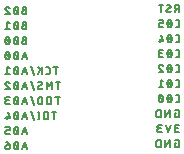
<source format=gbr>
G04 EAGLE Gerber RS-274X export*
G75*
%MOMM*%
%FSLAX34Y34*%
%LPD*%
%INSilkscreen Bottom*%
%IPPOS*%
%AMOC8*
5,1,8,0,0,1.08239X$1,22.5*%
G01*
%ADD10C,0.152400*%


D10*
X29078Y8194D02*
X26877Y14798D01*
X24675Y8194D01*
X25226Y9845D02*
X28528Y9845D01*
X21396Y11496D02*
X21394Y11641D01*
X21388Y11786D01*
X21379Y11931D01*
X21365Y12076D01*
X21348Y12220D01*
X21326Y12363D01*
X21301Y12507D01*
X21272Y12649D01*
X21240Y12790D01*
X21203Y12931D01*
X21163Y13070D01*
X21119Y13209D01*
X21072Y13346D01*
X21021Y13482D01*
X20966Y13616D01*
X20908Y13749D01*
X20846Y13881D01*
X20847Y13881D02*
X20821Y13950D01*
X20792Y14017D01*
X20759Y14083D01*
X20723Y14146D01*
X20683Y14208D01*
X20640Y14267D01*
X20594Y14324D01*
X20545Y14378D01*
X20493Y14430D01*
X20438Y14479D01*
X20381Y14524D01*
X20321Y14567D01*
X20259Y14606D01*
X20196Y14642D01*
X20130Y14675D01*
X20063Y14703D01*
X19994Y14729D01*
X19924Y14750D01*
X19853Y14768D01*
X19781Y14781D01*
X19708Y14791D01*
X19635Y14797D01*
X19562Y14799D01*
X19562Y14798D02*
X19489Y14796D01*
X19416Y14790D01*
X19343Y14780D01*
X19272Y14767D01*
X19200Y14749D01*
X19130Y14728D01*
X19062Y14702D01*
X18994Y14674D01*
X18929Y14641D01*
X18865Y14605D01*
X18803Y14566D01*
X18744Y14524D01*
X18687Y14478D01*
X18632Y14429D01*
X18580Y14378D01*
X18531Y14323D01*
X18485Y14266D01*
X18442Y14207D01*
X18402Y14146D01*
X18366Y14082D01*
X18333Y14017D01*
X18304Y13950D01*
X18278Y13881D01*
X18277Y13881D02*
X18215Y13749D01*
X18157Y13616D01*
X18102Y13482D01*
X18051Y13346D01*
X18004Y13209D01*
X17960Y13070D01*
X17920Y12931D01*
X17883Y12790D01*
X17851Y12649D01*
X17822Y12507D01*
X17797Y12364D01*
X17775Y12220D01*
X17758Y12076D01*
X17744Y11931D01*
X17735Y11786D01*
X17729Y11641D01*
X17727Y11496D01*
X21396Y11496D02*
X21394Y11351D01*
X21388Y11206D01*
X21379Y11061D01*
X21365Y10916D01*
X21348Y10772D01*
X21326Y10629D01*
X21301Y10486D01*
X21273Y10343D01*
X21240Y10202D01*
X21203Y10061D01*
X21163Y9922D01*
X21119Y9783D01*
X21072Y9646D01*
X21021Y9510D01*
X20966Y9376D01*
X20908Y9243D01*
X20846Y9111D01*
X20847Y9112D02*
X20821Y9043D01*
X20792Y8976D01*
X20759Y8910D01*
X20723Y8847D01*
X20683Y8785D01*
X20640Y8726D01*
X20594Y8669D01*
X20545Y8615D01*
X20493Y8563D01*
X20438Y8514D01*
X20381Y8469D01*
X20321Y8426D01*
X20259Y8387D01*
X20196Y8351D01*
X20130Y8318D01*
X20063Y8290D01*
X19994Y8264D01*
X19924Y8243D01*
X19853Y8225D01*
X19781Y8212D01*
X19708Y8202D01*
X19635Y8196D01*
X19562Y8194D01*
X18277Y9111D02*
X18215Y9243D01*
X18157Y9376D01*
X18102Y9510D01*
X18051Y9646D01*
X18004Y9783D01*
X17960Y9922D01*
X17920Y10061D01*
X17883Y10202D01*
X17851Y10343D01*
X17822Y10485D01*
X17797Y10628D01*
X17775Y10772D01*
X17758Y10916D01*
X17744Y11061D01*
X17735Y11206D01*
X17729Y11351D01*
X17727Y11496D01*
X18278Y9111D02*
X18304Y9042D01*
X18333Y8975D01*
X18366Y8910D01*
X18402Y8846D01*
X18442Y8785D01*
X18485Y8726D01*
X18531Y8669D01*
X18580Y8614D01*
X18632Y8563D01*
X18687Y8514D01*
X18744Y8468D01*
X18803Y8426D01*
X18865Y8387D01*
X18929Y8351D01*
X18994Y8318D01*
X19062Y8290D01*
X19130Y8264D01*
X19200Y8243D01*
X19272Y8225D01*
X19343Y8212D01*
X19416Y8202D01*
X19489Y8196D01*
X19562Y8194D01*
X21029Y9662D02*
X18094Y13330D01*
X14081Y11863D02*
X11880Y11863D01*
X11806Y11861D01*
X11731Y11855D01*
X11658Y11846D01*
X11584Y11833D01*
X11512Y11816D01*
X11441Y11796D01*
X11370Y11772D01*
X11301Y11744D01*
X11234Y11713D01*
X11168Y11679D01*
X11103Y11641D01*
X11041Y11600D01*
X10981Y11556D01*
X10924Y11509D01*
X10869Y11459D01*
X10816Y11406D01*
X10766Y11351D01*
X10719Y11294D01*
X10675Y11234D01*
X10634Y11172D01*
X10596Y11107D01*
X10562Y11041D01*
X10531Y10974D01*
X10503Y10905D01*
X10479Y10834D01*
X10459Y10763D01*
X10442Y10691D01*
X10429Y10617D01*
X10420Y10544D01*
X10414Y10469D01*
X10412Y10395D01*
X10412Y10028D01*
X10414Y9943D01*
X10420Y9859D01*
X10430Y9775D01*
X10443Y9691D01*
X10461Y9608D01*
X10482Y9526D01*
X10507Y9445D01*
X10536Y9365D01*
X10568Y9287D01*
X10604Y9211D01*
X10644Y9136D01*
X10687Y9063D01*
X10733Y8992D01*
X10782Y8923D01*
X10835Y8856D01*
X10891Y8792D01*
X10949Y8731D01*
X11010Y8673D01*
X11074Y8617D01*
X11141Y8564D01*
X11210Y8515D01*
X11281Y8469D01*
X11354Y8426D01*
X11429Y8386D01*
X11505Y8350D01*
X11583Y8318D01*
X11663Y8289D01*
X11744Y8264D01*
X11826Y8243D01*
X11909Y8225D01*
X11993Y8212D01*
X12077Y8202D01*
X12161Y8196D01*
X12246Y8194D01*
X12331Y8196D01*
X12415Y8202D01*
X12499Y8212D01*
X12583Y8225D01*
X12666Y8243D01*
X12748Y8264D01*
X12829Y8289D01*
X12909Y8318D01*
X12987Y8350D01*
X13063Y8386D01*
X13138Y8426D01*
X13211Y8469D01*
X13282Y8515D01*
X13351Y8564D01*
X13418Y8617D01*
X13482Y8673D01*
X13543Y8731D01*
X13601Y8792D01*
X13657Y8856D01*
X13710Y8923D01*
X13759Y8992D01*
X13805Y9063D01*
X13848Y9136D01*
X13888Y9211D01*
X13924Y9287D01*
X13956Y9365D01*
X13985Y9445D01*
X14010Y9526D01*
X14031Y9608D01*
X14049Y9691D01*
X14062Y9775D01*
X14072Y9859D01*
X14078Y9943D01*
X14080Y10028D01*
X14081Y10028D02*
X14081Y11863D01*
X14079Y11970D01*
X14073Y12077D01*
X14063Y12184D01*
X14050Y12290D01*
X14032Y12396D01*
X14011Y12501D01*
X13986Y12605D01*
X13957Y12709D01*
X13924Y12811D01*
X13887Y12911D01*
X13847Y13011D01*
X13803Y13109D01*
X13756Y13205D01*
X13705Y13299D01*
X13651Y13392D01*
X13594Y13482D01*
X13533Y13571D01*
X13469Y13657D01*
X13402Y13740D01*
X13332Y13822D01*
X13259Y13900D01*
X13183Y13976D01*
X13105Y14049D01*
X13023Y14119D01*
X12940Y14186D01*
X12854Y14250D01*
X12765Y14311D01*
X12675Y14368D01*
X12582Y14422D01*
X12488Y14473D01*
X12392Y14520D01*
X12294Y14564D01*
X12195Y14604D01*
X12094Y14641D01*
X11992Y14674D01*
X11888Y14703D01*
X11784Y14728D01*
X11679Y14749D01*
X11573Y14767D01*
X11467Y14780D01*
X11360Y14790D01*
X11253Y14796D01*
X11146Y14798D01*
X153809Y13641D02*
X154910Y13641D01*
X153809Y13641D02*
X153809Y9972D01*
X156010Y9972D01*
X156084Y9974D01*
X156159Y9980D01*
X156232Y9989D01*
X156306Y10002D01*
X156378Y10019D01*
X156449Y10039D01*
X156520Y10063D01*
X156589Y10091D01*
X156657Y10122D01*
X156722Y10156D01*
X156787Y10194D01*
X156849Y10235D01*
X156909Y10279D01*
X156966Y10326D01*
X157021Y10376D01*
X157074Y10429D01*
X157124Y10484D01*
X157171Y10541D01*
X157215Y10601D01*
X157256Y10663D01*
X157294Y10728D01*
X157328Y10794D01*
X157359Y10861D01*
X157387Y10930D01*
X157411Y11001D01*
X157431Y11072D01*
X157448Y11145D01*
X157461Y11218D01*
X157470Y11292D01*
X157476Y11366D01*
X157478Y11440D01*
X157478Y15108D01*
X157476Y15182D01*
X157470Y15257D01*
X157461Y15330D01*
X157448Y15403D01*
X157431Y15476D01*
X157411Y15547D01*
X157387Y15618D01*
X157359Y15687D01*
X157328Y15754D01*
X157294Y15820D01*
X157256Y15885D01*
X157215Y15947D01*
X157171Y16007D01*
X157124Y16064D01*
X157074Y16119D01*
X157021Y16172D01*
X156966Y16222D01*
X156909Y16269D01*
X156849Y16313D01*
X156787Y16354D01*
X156722Y16392D01*
X156657Y16426D01*
X156589Y16457D01*
X156520Y16485D01*
X156450Y16509D01*
X156378Y16529D01*
X156306Y16546D01*
X156232Y16559D01*
X156159Y16568D01*
X156084Y16574D01*
X156010Y16576D01*
X153809Y16576D01*
X149675Y16576D02*
X149675Y9972D01*
X146006Y9972D02*
X149675Y16576D01*
X146006Y16576D02*
X146006Y9972D01*
X141872Y9972D02*
X141872Y16576D01*
X140038Y16576D01*
X139953Y16574D01*
X139869Y16568D01*
X139785Y16558D01*
X139701Y16545D01*
X139618Y16527D01*
X139536Y16506D01*
X139455Y16481D01*
X139375Y16452D01*
X139297Y16420D01*
X139221Y16384D01*
X139146Y16344D01*
X139073Y16301D01*
X139002Y16255D01*
X138933Y16206D01*
X138866Y16153D01*
X138802Y16097D01*
X138741Y16039D01*
X138683Y15978D01*
X138627Y15914D01*
X138574Y15847D01*
X138525Y15778D01*
X138479Y15707D01*
X138436Y15634D01*
X138396Y15559D01*
X138360Y15483D01*
X138328Y15405D01*
X138299Y15325D01*
X138274Y15244D01*
X138253Y15162D01*
X138235Y15079D01*
X138222Y14995D01*
X138212Y14911D01*
X138206Y14827D01*
X138204Y14742D01*
X138203Y14742D02*
X138203Y11806D01*
X138204Y11806D02*
X138206Y11721D01*
X138212Y11637D01*
X138222Y11553D01*
X138235Y11469D01*
X138253Y11386D01*
X138274Y11304D01*
X138299Y11223D01*
X138328Y11143D01*
X138360Y11065D01*
X138396Y10989D01*
X138436Y10914D01*
X138479Y10841D01*
X138525Y10770D01*
X138574Y10701D01*
X138627Y10634D01*
X138683Y10570D01*
X138741Y10509D01*
X138802Y10451D01*
X138866Y10395D01*
X138933Y10342D01*
X139002Y10293D01*
X139073Y10247D01*
X139146Y10204D01*
X139221Y10164D01*
X139297Y10128D01*
X139375Y10096D01*
X139455Y10067D01*
X139536Y10042D01*
X139618Y10021D01*
X139701Y10003D01*
X139785Y9990D01*
X139869Y9980D01*
X139953Y9974D01*
X140038Y9972D01*
X141872Y9972D01*
X155644Y22672D02*
X157478Y22672D01*
X155644Y22672D02*
X155559Y22674D01*
X155475Y22680D01*
X155391Y22690D01*
X155307Y22703D01*
X155224Y22721D01*
X155142Y22742D01*
X155061Y22767D01*
X154981Y22796D01*
X154903Y22828D01*
X154827Y22864D01*
X154752Y22904D01*
X154679Y22947D01*
X154608Y22993D01*
X154539Y23042D01*
X154472Y23095D01*
X154408Y23151D01*
X154347Y23209D01*
X154289Y23270D01*
X154233Y23334D01*
X154180Y23401D01*
X154131Y23470D01*
X154085Y23541D01*
X154042Y23614D01*
X154002Y23689D01*
X153966Y23765D01*
X153934Y23843D01*
X153905Y23923D01*
X153880Y24004D01*
X153859Y24086D01*
X153841Y24169D01*
X153828Y24253D01*
X153818Y24337D01*
X153812Y24421D01*
X153810Y24506D01*
X153812Y24591D01*
X153818Y24675D01*
X153828Y24759D01*
X153841Y24843D01*
X153859Y24926D01*
X153880Y25008D01*
X153905Y25089D01*
X153934Y25169D01*
X153966Y25247D01*
X154002Y25323D01*
X154042Y25398D01*
X154085Y25471D01*
X154131Y25542D01*
X154180Y25611D01*
X154233Y25678D01*
X154289Y25742D01*
X154347Y25803D01*
X154408Y25861D01*
X154472Y25917D01*
X154539Y25970D01*
X154608Y26019D01*
X154679Y26065D01*
X154752Y26108D01*
X154827Y26148D01*
X154903Y26184D01*
X154981Y26216D01*
X155061Y26245D01*
X155142Y26270D01*
X155224Y26291D01*
X155307Y26309D01*
X155391Y26322D01*
X155475Y26332D01*
X155559Y26338D01*
X155644Y26340D01*
X155277Y29276D02*
X157478Y29276D01*
X155277Y29276D02*
X155201Y29274D01*
X155126Y29268D01*
X155051Y29259D01*
X154977Y29245D01*
X154903Y29228D01*
X154831Y29206D01*
X154759Y29182D01*
X154689Y29153D01*
X154621Y29121D01*
X154554Y29086D01*
X154489Y29047D01*
X154426Y29004D01*
X154366Y28959D01*
X154308Y28911D01*
X154252Y28859D01*
X154200Y28805D01*
X154150Y28748D01*
X154103Y28689D01*
X154059Y28628D01*
X154018Y28564D01*
X153981Y28498D01*
X153947Y28430D01*
X153917Y28361D01*
X153890Y28290D01*
X153867Y28218D01*
X153848Y28145D01*
X153833Y28071D01*
X153821Y27996D01*
X153813Y27921D01*
X153809Y27846D01*
X153809Y27770D01*
X153813Y27695D01*
X153821Y27620D01*
X153833Y27545D01*
X153848Y27471D01*
X153867Y27398D01*
X153890Y27326D01*
X153917Y27255D01*
X153947Y27186D01*
X153981Y27118D01*
X154018Y27052D01*
X154059Y26988D01*
X154103Y26927D01*
X154150Y26868D01*
X154200Y26811D01*
X154252Y26757D01*
X154308Y26705D01*
X154366Y26657D01*
X154426Y26612D01*
X154489Y26569D01*
X154554Y26530D01*
X154621Y26495D01*
X154689Y26463D01*
X154759Y26434D01*
X154831Y26410D01*
X154903Y26388D01*
X154977Y26371D01*
X155051Y26357D01*
X155126Y26348D01*
X155201Y26342D01*
X155277Y26340D01*
X155277Y26341D02*
X156744Y26341D01*
X150530Y29276D02*
X148328Y22672D01*
X146127Y29276D01*
X142848Y22672D02*
X141013Y22672D01*
X140928Y22674D01*
X140844Y22680D01*
X140760Y22690D01*
X140676Y22703D01*
X140593Y22721D01*
X140511Y22742D01*
X140430Y22767D01*
X140350Y22796D01*
X140272Y22828D01*
X140196Y22864D01*
X140121Y22904D01*
X140048Y22947D01*
X139977Y22993D01*
X139908Y23042D01*
X139841Y23095D01*
X139777Y23151D01*
X139716Y23209D01*
X139658Y23270D01*
X139602Y23334D01*
X139549Y23401D01*
X139500Y23470D01*
X139454Y23541D01*
X139411Y23614D01*
X139371Y23689D01*
X139335Y23765D01*
X139303Y23843D01*
X139274Y23923D01*
X139249Y24004D01*
X139228Y24086D01*
X139210Y24169D01*
X139197Y24253D01*
X139187Y24337D01*
X139181Y24421D01*
X139179Y24506D01*
X139181Y24591D01*
X139187Y24675D01*
X139197Y24759D01*
X139210Y24843D01*
X139228Y24926D01*
X139249Y25008D01*
X139274Y25089D01*
X139303Y25169D01*
X139335Y25247D01*
X139371Y25323D01*
X139411Y25398D01*
X139454Y25471D01*
X139500Y25542D01*
X139549Y25611D01*
X139602Y25678D01*
X139658Y25742D01*
X139716Y25803D01*
X139777Y25861D01*
X139841Y25917D01*
X139908Y25970D01*
X139977Y26019D01*
X140048Y26065D01*
X140121Y26108D01*
X140196Y26148D01*
X140272Y26184D01*
X140350Y26216D01*
X140430Y26245D01*
X140511Y26270D01*
X140593Y26291D01*
X140676Y26309D01*
X140760Y26322D01*
X140844Y26332D01*
X140928Y26338D01*
X141013Y26340D01*
X140646Y29276D02*
X142848Y29276D01*
X140646Y29276D02*
X140570Y29274D01*
X140495Y29268D01*
X140420Y29259D01*
X140346Y29245D01*
X140272Y29228D01*
X140200Y29206D01*
X140128Y29182D01*
X140058Y29153D01*
X139990Y29121D01*
X139923Y29086D01*
X139858Y29047D01*
X139795Y29004D01*
X139735Y28959D01*
X139677Y28911D01*
X139621Y28859D01*
X139569Y28805D01*
X139519Y28748D01*
X139472Y28689D01*
X139428Y28628D01*
X139387Y28564D01*
X139350Y28498D01*
X139316Y28430D01*
X139286Y28361D01*
X139259Y28290D01*
X139236Y28218D01*
X139217Y28145D01*
X139202Y28071D01*
X139190Y27996D01*
X139182Y27921D01*
X139178Y27846D01*
X139178Y27770D01*
X139182Y27695D01*
X139190Y27620D01*
X139202Y27545D01*
X139217Y27471D01*
X139236Y27398D01*
X139259Y27326D01*
X139286Y27255D01*
X139316Y27186D01*
X139350Y27118D01*
X139387Y27052D01*
X139428Y26988D01*
X139472Y26927D01*
X139519Y26868D01*
X139569Y26811D01*
X139621Y26757D01*
X139677Y26705D01*
X139735Y26657D01*
X139795Y26612D01*
X139858Y26569D01*
X139923Y26530D01*
X139990Y26495D01*
X140058Y26463D01*
X140128Y26434D01*
X140200Y26410D01*
X140272Y26388D01*
X140346Y26371D01*
X140420Y26357D01*
X140495Y26348D01*
X140570Y26342D01*
X140646Y26340D01*
X140646Y26341D02*
X142114Y26341D01*
X153809Y39041D02*
X154910Y39041D01*
X153809Y39041D02*
X153809Y35372D01*
X156010Y35372D01*
X156084Y35374D01*
X156159Y35380D01*
X156232Y35389D01*
X156306Y35402D01*
X156378Y35419D01*
X156449Y35439D01*
X156520Y35463D01*
X156589Y35491D01*
X156657Y35522D01*
X156722Y35556D01*
X156787Y35594D01*
X156849Y35635D01*
X156909Y35679D01*
X156966Y35726D01*
X157021Y35776D01*
X157074Y35829D01*
X157124Y35884D01*
X157171Y35941D01*
X157215Y36001D01*
X157256Y36063D01*
X157294Y36128D01*
X157328Y36194D01*
X157359Y36261D01*
X157387Y36330D01*
X157411Y36401D01*
X157431Y36472D01*
X157448Y36545D01*
X157461Y36618D01*
X157470Y36692D01*
X157476Y36766D01*
X157478Y36840D01*
X157478Y40508D01*
X157476Y40582D01*
X157470Y40657D01*
X157461Y40730D01*
X157448Y40803D01*
X157431Y40876D01*
X157411Y40947D01*
X157387Y41018D01*
X157359Y41087D01*
X157328Y41154D01*
X157294Y41220D01*
X157256Y41285D01*
X157215Y41347D01*
X157171Y41407D01*
X157124Y41464D01*
X157074Y41519D01*
X157021Y41572D01*
X156966Y41622D01*
X156909Y41669D01*
X156849Y41713D01*
X156787Y41754D01*
X156722Y41792D01*
X156657Y41826D01*
X156589Y41857D01*
X156520Y41885D01*
X156450Y41909D01*
X156378Y41929D01*
X156306Y41946D01*
X156232Y41959D01*
X156159Y41968D01*
X156084Y41974D01*
X156010Y41976D01*
X153809Y41976D01*
X149675Y41976D02*
X149675Y35372D01*
X146006Y35372D02*
X149675Y41976D01*
X146006Y41976D02*
X146006Y35372D01*
X141872Y35372D02*
X141872Y41976D01*
X140038Y41976D01*
X139953Y41974D01*
X139869Y41968D01*
X139785Y41958D01*
X139701Y41945D01*
X139618Y41927D01*
X139536Y41906D01*
X139455Y41881D01*
X139375Y41852D01*
X139297Y41820D01*
X139221Y41784D01*
X139146Y41744D01*
X139073Y41701D01*
X139002Y41655D01*
X138933Y41606D01*
X138866Y41553D01*
X138802Y41497D01*
X138741Y41439D01*
X138683Y41378D01*
X138627Y41314D01*
X138574Y41247D01*
X138525Y41178D01*
X138479Y41107D01*
X138436Y41034D01*
X138396Y40959D01*
X138360Y40883D01*
X138328Y40805D01*
X138299Y40725D01*
X138274Y40644D01*
X138253Y40562D01*
X138235Y40479D01*
X138222Y40395D01*
X138212Y40311D01*
X138206Y40227D01*
X138204Y40142D01*
X138203Y40142D02*
X138203Y37206D01*
X138204Y37206D02*
X138206Y37121D01*
X138212Y37037D01*
X138222Y36953D01*
X138235Y36869D01*
X138253Y36786D01*
X138274Y36704D01*
X138299Y36623D01*
X138328Y36543D01*
X138360Y36465D01*
X138396Y36389D01*
X138436Y36314D01*
X138479Y36241D01*
X138525Y36170D01*
X138574Y36101D01*
X138627Y36034D01*
X138683Y35970D01*
X138741Y35909D01*
X138802Y35851D01*
X138866Y35795D01*
X138933Y35742D01*
X139002Y35693D01*
X139073Y35647D01*
X139146Y35604D01*
X139221Y35564D01*
X139297Y35528D01*
X139375Y35496D01*
X139455Y35467D01*
X139536Y35442D01*
X139618Y35421D01*
X139701Y35403D01*
X139785Y35390D01*
X139869Y35380D01*
X139953Y35374D01*
X140038Y35372D01*
X141872Y35372D01*
X154543Y48072D02*
X156010Y48072D01*
X156084Y48074D01*
X156159Y48080D01*
X156232Y48089D01*
X156306Y48102D01*
X156378Y48119D01*
X156449Y48139D01*
X156520Y48163D01*
X156589Y48191D01*
X156657Y48222D01*
X156722Y48256D01*
X156787Y48294D01*
X156849Y48335D01*
X156909Y48379D01*
X156966Y48426D01*
X157021Y48476D01*
X157074Y48529D01*
X157124Y48584D01*
X157171Y48641D01*
X157215Y48701D01*
X157256Y48763D01*
X157294Y48828D01*
X157328Y48894D01*
X157359Y48961D01*
X157387Y49030D01*
X157411Y49101D01*
X157431Y49172D01*
X157448Y49245D01*
X157461Y49318D01*
X157470Y49392D01*
X157476Y49466D01*
X157478Y49540D01*
X157478Y53208D01*
X157476Y53282D01*
X157470Y53357D01*
X157461Y53430D01*
X157448Y53503D01*
X157431Y53576D01*
X157411Y53647D01*
X157387Y53718D01*
X157359Y53787D01*
X157328Y53854D01*
X157294Y53920D01*
X157256Y53985D01*
X157215Y54047D01*
X157171Y54107D01*
X157124Y54164D01*
X157074Y54219D01*
X157021Y54272D01*
X156966Y54322D01*
X156909Y54369D01*
X156849Y54413D01*
X156787Y54454D01*
X156722Y54492D01*
X156657Y54526D01*
X156589Y54557D01*
X156520Y54585D01*
X156450Y54609D01*
X156378Y54629D01*
X156306Y54646D01*
X156232Y54659D01*
X156159Y54668D01*
X156084Y54674D01*
X156010Y54676D01*
X154543Y54676D01*
X150796Y53759D02*
X150858Y53627D01*
X150916Y53494D01*
X150971Y53360D01*
X151022Y53224D01*
X151069Y53087D01*
X151113Y52948D01*
X151153Y52809D01*
X151190Y52668D01*
X151222Y52527D01*
X151251Y52385D01*
X151276Y52241D01*
X151298Y52098D01*
X151315Y51954D01*
X151329Y51809D01*
X151338Y51664D01*
X151344Y51519D01*
X151346Y51374D01*
X150797Y53759D02*
X150771Y53828D01*
X150742Y53895D01*
X150709Y53961D01*
X150673Y54024D01*
X150633Y54086D01*
X150590Y54145D01*
X150544Y54202D01*
X150495Y54256D01*
X150443Y54308D01*
X150388Y54357D01*
X150331Y54402D01*
X150271Y54445D01*
X150209Y54484D01*
X150146Y54520D01*
X150080Y54553D01*
X150013Y54581D01*
X149944Y54607D01*
X149874Y54628D01*
X149803Y54646D01*
X149731Y54659D01*
X149658Y54669D01*
X149585Y54675D01*
X149512Y54677D01*
X149512Y54676D02*
X149439Y54674D01*
X149366Y54668D01*
X149293Y54658D01*
X149222Y54645D01*
X149150Y54627D01*
X149080Y54606D01*
X149012Y54580D01*
X148944Y54552D01*
X148879Y54519D01*
X148815Y54483D01*
X148753Y54444D01*
X148694Y54402D01*
X148637Y54356D01*
X148582Y54307D01*
X148530Y54256D01*
X148481Y54201D01*
X148435Y54144D01*
X148392Y54085D01*
X148352Y54024D01*
X148316Y53960D01*
X148283Y53895D01*
X148254Y53828D01*
X148228Y53759D01*
X148166Y53627D01*
X148108Y53494D01*
X148053Y53360D01*
X148002Y53224D01*
X147955Y53087D01*
X147911Y52948D01*
X147871Y52809D01*
X147834Y52668D01*
X147802Y52527D01*
X147773Y52385D01*
X147748Y52242D01*
X147726Y52098D01*
X147709Y51954D01*
X147695Y51809D01*
X147686Y51664D01*
X147680Y51519D01*
X147678Y51374D01*
X151346Y51374D02*
X151344Y51229D01*
X151338Y51084D01*
X151329Y50939D01*
X151315Y50794D01*
X151298Y50650D01*
X151276Y50507D01*
X151251Y50364D01*
X151223Y50221D01*
X151190Y50080D01*
X151153Y49939D01*
X151113Y49800D01*
X151069Y49661D01*
X151022Y49524D01*
X150971Y49388D01*
X150916Y49254D01*
X150858Y49121D01*
X150796Y48989D01*
X150797Y48990D02*
X150771Y48921D01*
X150742Y48854D01*
X150709Y48788D01*
X150673Y48725D01*
X150633Y48663D01*
X150590Y48604D01*
X150544Y48547D01*
X150495Y48493D01*
X150443Y48441D01*
X150388Y48392D01*
X150331Y48347D01*
X150271Y48304D01*
X150209Y48265D01*
X150146Y48229D01*
X150080Y48196D01*
X150013Y48168D01*
X149944Y48142D01*
X149874Y48121D01*
X149803Y48103D01*
X149731Y48090D01*
X149658Y48080D01*
X149585Y48074D01*
X149512Y48072D01*
X148228Y48989D02*
X148166Y49121D01*
X148108Y49254D01*
X148053Y49388D01*
X148002Y49524D01*
X147955Y49661D01*
X147911Y49800D01*
X147871Y49939D01*
X147834Y50080D01*
X147802Y50221D01*
X147773Y50363D01*
X147748Y50506D01*
X147726Y50650D01*
X147709Y50794D01*
X147695Y50939D01*
X147686Y51084D01*
X147680Y51229D01*
X147678Y51374D01*
X148228Y48989D02*
X148254Y48920D01*
X148283Y48853D01*
X148316Y48788D01*
X148352Y48724D01*
X148392Y48663D01*
X148435Y48604D01*
X148481Y48547D01*
X148530Y48492D01*
X148582Y48441D01*
X148637Y48392D01*
X148694Y48346D01*
X148753Y48304D01*
X148815Y48265D01*
X148879Y48229D01*
X148944Y48196D01*
X149012Y48168D01*
X149080Y48142D01*
X149150Y48121D01*
X149222Y48103D01*
X149293Y48090D01*
X149366Y48080D01*
X149439Y48074D01*
X149512Y48072D01*
X150980Y49540D02*
X148045Y53208D01*
X144031Y51374D02*
X144029Y51519D01*
X144023Y51664D01*
X144014Y51809D01*
X144000Y51954D01*
X143983Y52098D01*
X143961Y52241D01*
X143936Y52385D01*
X143907Y52527D01*
X143875Y52668D01*
X143838Y52809D01*
X143798Y52948D01*
X143754Y53087D01*
X143707Y53224D01*
X143656Y53360D01*
X143601Y53494D01*
X143543Y53627D01*
X143481Y53759D01*
X143482Y53759D02*
X143456Y53828D01*
X143427Y53895D01*
X143394Y53961D01*
X143358Y54024D01*
X143318Y54086D01*
X143275Y54145D01*
X143229Y54202D01*
X143180Y54256D01*
X143128Y54308D01*
X143073Y54357D01*
X143016Y54402D01*
X142956Y54445D01*
X142894Y54484D01*
X142831Y54520D01*
X142765Y54553D01*
X142698Y54581D01*
X142629Y54607D01*
X142559Y54628D01*
X142488Y54646D01*
X142416Y54659D01*
X142343Y54669D01*
X142270Y54675D01*
X142197Y54677D01*
X142197Y54676D02*
X142124Y54674D01*
X142051Y54668D01*
X141978Y54658D01*
X141907Y54645D01*
X141835Y54627D01*
X141765Y54606D01*
X141697Y54580D01*
X141629Y54552D01*
X141564Y54519D01*
X141500Y54483D01*
X141438Y54444D01*
X141379Y54402D01*
X141322Y54356D01*
X141267Y54307D01*
X141215Y54256D01*
X141166Y54201D01*
X141120Y54144D01*
X141077Y54085D01*
X141037Y54024D01*
X141001Y53960D01*
X140968Y53895D01*
X140939Y53828D01*
X140913Y53759D01*
X140912Y53759D02*
X140850Y53627D01*
X140792Y53494D01*
X140737Y53360D01*
X140686Y53224D01*
X140639Y53087D01*
X140595Y52948D01*
X140555Y52809D01*
X140518Y52668D01*
X140486Y52527D01*
X140457Y52385D01*
X140432Y52242D01*
X140410Y52098D01*
X140393Y51954D01*
X140379Y51809D01*
X140370Y51664D01*
X140364Y51519D01*
X140362Y51374D01*
X144031Y51374D02*
X144029Y51229D01*
X144023Y51084D01*
X144014Y50939D01*
X144000Y50794D01*
X143983Y50650D01*
X143961Y50507D01*
X143936Y50364D01*
X143908Y50221D01*
X143875Y50080D01*
X143838Y49939D01*
X143798Y49800D01*
X143754Y49661D01*
X143707Y49524D01*
X143656Y49388D01*
X143601Y49254D01*
X143543Y49121D01*
X143481Y48989D01*
X143482Y48990D02*
X143456Y48921D01*
X143427Y48854D01*
X143394Y48788D01*
X143358Y48725D01*
X143318Y48663D01*
X143275Y48604D01*
X143229Y48547D01*
X143180Y48493D01*
X143128Y48441D01*
X143073Y48392D01*
X143016Y48347D01*
X142956Y48304D01*
X142894Y48265D01*
X142831Y48229D01*
X142765Y48196D01*
X142698Y48168D01*
X142629Y48142D01*
X142559Y48121D01*
X142488Y48103D01*
X142416Y48090D01*
X142343Y48080D01*
X142270Y48074D01*
X142197Y48072D01*
X140913Y48989D02*
X140851Y49121D01*
X140793Y49254D01*
X140738Y49388D01*
X140687Y49524D01*
X140640Y49661D01*
X140596Y49800D01*
X140556Y49939D01*
X140519Y50080D01*
X140487Y50221D01*
X140458Y50363D01*
X140433Y50506D01*
X140411Y50650D01*
X140394Y50794D01*
X140380Y50939D01*
X140371Y51084D01*
X140365Y51229D01*
X140363Y51374D01*
X140913Y48989D02*
X140939Y48920D01*
X140968Y48853D01*
X141001Y48788D01*
X141037Y48724D01*
X141077Y48663D01*
X141120Y48604D01*
X141166Y48547D01*
X141215Y48492D01*
X141267Y48441D01*
X141322Y48392D01*
X141379Y48346D01*
X141438Y48304D01*
X141500Y48265D01*
X141564Y48229D01*
X141629Y48196D01*
X141697Y48168D01*
X141765Y48142D01*
X141835Y48121D01*
X141907Y48103D01*
X141978Y48090D01*
X142051Y48080D01*
X142124Y48074D01*
X142197Y48072D01*
X143664Y49540D02*
X140729Y53208D01*
X154543Y60772D02*
X156010Y60772D01*
X156084Y60774D01*
X156159Y60780D01*
X156232Y60789D01*
X156306Y60802D01*
X156378Y60819D01*
X156449Y60839D01*
X156520Y60863D01*
X156589Y60891D01*
X156657Y60922D01*
X156722Y60956D01*
X156787Y60994D01*
X156849Y61035D01*
X156909Y61079D01*
X156966Y61126D01*
X157021Y61176D01*
X157074Y61229D01*
X157124Y61284D01*
X157171Y61341D01*
X157215Y61401D01*
X157256Y61463D01*
X157294Y61528D01*
X157328Y61594D01*
X157359Y61661D01*
X157387Y61730D01*
X157411Y61801D01*
X157431Y61872D01*
X157448Y61945D01*
X157461Y62018D01*
X157470Y62092D01*
X157476Y62166D01*
X157478Y62240D01*
X157478Y65908D01*
X157476Y65982D01*
X157470Y66057D01*
X157461Y66130D01*
X157448Y66203D01*
X157431Y66276D01*
X157411Y66347D01*
X157387Y66418D01*
X157359Y66487D01*
X157328Y66554D01*
X157294Y66620D01*
X157256Y66685D01*
X157215Y66747D01*
X157171Y66807D01*
X157124Y66864D01*
X157074Y66919D01*
X157021Y66972D01*
X156966Y67022D01*
X156909Y67069D01*
X156849Y67113D01*
X156787Y67154D01*
X156722Y67192D01*
X156657Y67226D01*
X156589Y67257D01*
X156520Y67285D01*
X156450Y67309D01*
X156378Y67329D01*
X156306Y67346D01*
X156232Y67359D01*
X156159Y67368D01*
X156084Y67374D01*
X156010Y67376D01*
X154543Y67376D01*
X150796Y66459D02*
X150858Y66327D01*
X150916Y66194D01*
X150971Y66060D01*
X151022Y65924D01*
X151069Y65787D01*
X151113Y65648D01*
X151153Y65509D01*
X151190Y65368D01*
X151222Y65227D01*
X151251Y65085D01*
X151276Y64941D01*
X151298Y64798D01*
X151315Y64654D01*
X151329Y64509D01*
X151338Y64364D01*
X151344Y64219D01*
X151346Y64074D01*
X150797Y66459D02*
X150771Y66528D01*
X150742Y66595D01*
X150709Y66661D01*
X150673Y66724D01*
X150633Y66786D01*
X150590Y66845D01*
X150544Y66902D01*
X150495Y66956D01*
X150443Y67008D01*
X150388Y67057D01*
X150331Y67102D01*
X150271Y67145D01*
X150209Y67184D01*
X150146Y67220D01*
X150080Y67253D01*
X150013Y67281D01*
X149944Y67307D01*
X149874Y67328D01*
X149803Y67346D01*
X149731Y67359D01*
X149658Y67369D01*
X149585Y67375D01*
X149512Y67377D01*
X149512Y67376D02*
X149439Y67374D01*
X149366Y67368D01*
X149293Y67358D01*
X149222Y67345D01*
X149150Y67327D01*
X149080Y67306D01*
X149012Y67280D01*
X148944Y67252D01*
X148879Y67219D01*
X148815Y67183D01*
X148753Y67144D01*
X148694Y67102D01*
X148637Y67056D01*
X148582Y67007D01*
X148530Y66956D01*
X148481Y66901D01*
X148435Y66844D01*
X148392Y66785D01*
X148352Y66724D01*
X148316Y66660D01*
X148283Y66595D01*
X148254Y66528D01*
X148228Y66459D01*
X148166Y66327D01*
X148108Y66194D01*
X148053Y66060D01*
X148002Y65924D01*
X147955Y65787D01*
X147911Y65648D01*
X147871Y65509D01*
X147834Y65368D01*
X147802Y65227D01*
X147773Y65085D01*
X147748Y64942D01*
X147726Y64798D01*
X147709Y64654D01*
X147695Y64509D01*
X147686Y64364D01*
X147680Y64219D01*
X147678Y64074D01*
X151346Y64074D02*
X151344Y63929D01*
X151338Y63784D01*
X151329Y63639D01*
X151315Y63494D01*
X151298Y63350D01*
X151276Y63207D01*
X151251Y63064D01*
X151223Y62921D01*
X151190Y62780D01*
X151153Y62639D01*
X151113Y62500D01*
X151069Y62361D01*
X151022Y62224D01*
X150971Y62088D01*
X150916Y61954D01*
X150858Y61821D01*
X150796Y61689D01*
X150797Y61690D02*
X150771Y61621D01*
X150742Y61554D01*
X150709Y61488D01*
X150673Y61425D01*
X150633Y61363D01*
X150590Y61304D01*
X150544Y61247D01*
X150495Y61193D01*
X150443Y61141D01*
X150388Y61092D01*
X150331Y61047D01*
X150271Y61004D01*
X150209Y60965D01*
X150146Y60929D01*
X150080Y60896D01*
X150013Y60868D01*
X149944Y60842D01*
X149874Y60821D01*
X149803Y60803D01*
X149731Y60790D01*
X149658Y60780D01*
X149585Y60774D01*
X149512Y60772D01*
X148228Y61689D02*
X148166Y61821D01*
X148108Y61954D01*
X148053Y62088D01*
X148002Y62224D01*
X147955Y62361D01*
X147911Y62500D01*
X147871Y62639D01*
X147834Y62780D01*
X147802Y62921D01*
X147773Y63063D01*
X147748Y63206D01*
X147726Y63350D01*
X147709Y63494D01*
X147695Y63639D01*
X147686Y63784D01*
X147680Y63929D01*
X147678Y64074D01*
X148228Y61689D02*
X148254Y61620D01*
X148283Y61553D01*
X148316Y61488D01*
X148352Y61424D01*
X148392Y61363D01*
X148435Y61304D01*
X148481Y61247D01*
X148530Y61192D01*
X148582Y61141D01*
X148637Y61092D01*
X148694Y61046D01*
X148753Y61004D01*
X148815Y60965D01*
X148879Y60929D01*
X148944Y60896D01*
X149012Y60868D01*
X149080Y60842D01*
X149150Y60821D01*
X149222Y60803D01*
X149293Y60790D01*
X149366Y60780D01*
X149439Y60774D01*
X149512Y60772D01*
X150980Y62240D02*
X148045Y65908D01*
X144031Y65908D02*
X142197Y67376D01*
X142197Y60772D01*
X144031Y60772D02*
X140362Y60772D01*
X154543Y73472D02*
X156010Y73472D01*
X156084Y73474D01*
X156159Y73480D01*
X156232Y73489D01*
X156306Y73502D01*
X156378Y73519D01*
X156449Y73539D01*
X156520Y73563D01*
X156589Y73591D01*
X156657Y73622D01*
X156722Y73656D01*
X156787Y73694D01*
X156849Y73735D01*
X156909Y73779D01*
X156966Y73826D01*
X157021Y73876D01*
X157074Y73929D01*
X157124Y73984D01*
X157171Y74041D01*
X157215Y74101D01*
X157256Y74163D01*
X157294Y74228D01*
X157328Y74294D01*
X157359Y74361D01*
X157387Y74430D01*
X157411Y74501D01*
X157431Y74572D01*
X157448Y74645D01*
X157461Y74718D01*
X157470Y74792D01*
X157476Y74866D01*
X157478Y74940D01*
X157478Y78608D01*
X157476Y78682D01*
X157470Y78757D01*
X157461Y78830D01*
X157448Y78903D01*
X157431Y78976D01*
X157411Y79047D01*
X157387Y79118D01*
X157359Y79187D01*
X157328Y79254D01*
X157294Y79320D01*
X157256Y79385D01*
X157215Y79447D01*
X157171Y79507D01*
X157124Y79564D01*
X157074Y79619D01*
X157021Y79672D01*
X156966Y79722D01*
X156909Y79769D01*
X156849Y79813D01*
X156787Y79854D01*
X156722Y79892D01*
X156657Y79926D01*
X156589Y79957D01*
X156520Y79985D01*
X156450Y80009D01*
X156378Y80029D01*
X156306Y80046D01*
X156232Y80059D01*
X156159Y80068D01*
X156084Y80074D01*
X156010Y80076D01*
X154543Y80076D01*
X150796Y79159D02*
X150858Y79027D01*
X150916Y78894D01*
X150971Y78760D01*
X151022Y78624D01*
X151069Y78487D01*
X151113Y78348D01*
X151153Y78209D01*
X151190Y78068D01*
X151222Y77927D01*
X151251Y77785D01*
X151276Y77641D01*
X151298Y77498D01*
X151315Y77354D01*
X151329Y77209D01*
X151338Y77064D01*
X151344Y76919D01*
X151346Y76774D01*
X150797Y79159D02*
X150771Y79228D01*
X150742Y79295D01*
X150709Y79361D01*
X150673Y79424D01*
X150633Y79486D01*
X150590Y79545D01*
X150544Y79602D01*
X150495Y79656D01*
X150443Y79708D01*
X150388Y79757D01*
X150331Y79802D01*
X150271Y79845D01*
X150209Y79884D01*
X150146Y79920D01*
X150080Y79953D01*
X150013Y79981D01*
X149944Y80007D01*
X149874Y80028D01*
X149803Y80046D01*
X149731Y80059D01*
X149658Y80069D01*
X149585Y80075D01*
X149512Y80077D01*
X149512Y80076D02*
X149439Y80074D01*
X149366Y80068D01*
X149293Y80058D01*
X149222Y80045D01*
X149150Y80027D01*
X149080Y80006D01*
X149012Y79980D01*
X148944Y79952D01*
X148879Y79919D01*
X148815Y79883D01*
X148753Y79844D01*
X148694Y79802D01*
X148637Y79756D01*
X148582Y79707D01*
X148530Y79656D01*
X148481Y79601D01*
X148435Y79544D01*
X148392Y79485D01*
X148352Y79424D01*
X148316Y79360D01*
X148283Y79295D01*
X148254Y79228D01*
X148228Y79159D01*
X148166Y79027D01*
X148108Y78894D01*
X148053Y78760D01*
X148002Y78624D01*
X147955Y78487D01*
X147911Y78348D01*
X147871Y78209D01*
X147834Y78068D01*
X147802Y77927D01*
X147773Y77785D01*
X147748Y77642D01*
X147726Y77498D01*
X147709Y77354D01*
X147695Y77209D01*
X147686Y77064D01*
X147680Y76919D01*
X147678Y76774D01*
X151346Y76774D02*
X151344Y76629D01*
X151338Y76484D01*
X151329Y76339D01*
X151315Y76194D01*
X151298Y76050D01*
X151276Y75907D01*
X151251Y75764D01*
X151223Y75621D01*
X151190Y75480D01*
X151153Y75339D01*
X151113Y75200D01*
X151069Y75061D01*
X151022Y74924D01*
X150971Y74788D01*
X150916Y74654D01*
X150858Y74521D01*
X150796Y74389D01*
X150797Y74390D02*
X150771Y74321D01*
X150742Y74254D01*
X150709Y74188D01*
X150673Y74125D01*
X150633Y74063D01*
X150590Y74004D01*
X150544Y73947D01*
X150495Y73893D01*
X150443Y73841D01*
X150388Y73792D01*
X150331Y73747D01*
X150271Y73704D01*
X150209Y73665D01*
X150146Y73629D01*
X150080Y73596D01*
X150013Y73568D01*
X149944Y73542D01*
X149874Y73521D01*
X149803Y73503D01*
X149731Y73490D01*
X149658Y73480D01*
X149585Y73474D01*
X149512Y73472D01*
X148228Y74389D02*
X148166Y74521D01*
X148108Y74654D01*
X148053Y74788D01*
X148002Y74924D01*
X147955Y75061D01*
X147911Y75200D01*
X147871Y75339D01*
X147834Y75480D01*
X147802Y75621D01*
X147773Y75763D01*
X147748Y75906D01*
X147726Y76050D01*
X147709Y76194D01*
X147695Y76339D01*
X147686Y76484D01*
X147680Y76629D01*
X147678Y76774D01*
X148228Y74389D02*
X148254Y74320D01*
X148283Y74253D01*
X148316Y74188D01*
X148352Y74124D01*
X148392Y74063D01*
X148435Y74004D01*
X148481Y73947D01*
X148530Y73892D01*
X148582Y73841D01*
X148637Y73792D01*
X148694Y73746D01*
X148753Y73704D01*
X148815Y73665D01*
X148879Y73629D01*
X148944Y73596D01*
X149012Y73568D01*
X149080Y73542D01*
X149150Y73521D01*
X149222Y73503D01*
X149293Y73490D01*
X149366Y73480D01*
X149439Y73474D01*
X149512Y73472D01*
X150980Y74940D02*
X148045Y78608D01*
X142013Y80076D02*
X141934Y80074D01*
X141856Y80069D01*
X141778Y80059D01*
X141701Y80046D01*
X141624Y80029D01*
X141548Y80009D01*
X141473Y79985D01*
X141399Y79958D01*
X141327Y79927D01*
X141256Y79892D01*
X141188Y79855D01*
X141120Y79814D01*
X141055Y79770D01*
X140992Y79723D01*
X140932Y79673D01*
X140874Y79620D01*
X140818Y79564D01*
X140765Y79506D01*
X140715Y79446D01*
X140668Y79383D01*
X140624Y79318D01*
X140583Y79251D01*
X140546Y79182D01*
X140511Y79111D01*
X140480Y79039D01*
X140453Y78965D01*
X140429Y78890D01*
X140409Y78814D01*
X140392Y78737D01*
X140379Y78660D01*
X140369Y78582D01*
X140364Y78504D01*
X140362Y78425D01*
X142013Y80076D02*
X142102Y80074D01*
X142191Y80069D01*
X142279Y80059D01*
X142367Y80046D01*
X142454Y80030D01*
X142541Y80009D01*
X142626Y79985D01*
X142711Y79958D01*
X142794Y79927D01*
X142876Y79892D01*
X142957Y79854D01*
X143036Y79813D01*
X143112Y79769D01*
X143188Y79721D01*
X143261Y79670D01*
X143331Y79617D01*
X143400Y79560D01*
X143466Y79500D01*
X143529Y79438D01*
X143590Y79373D01*
X143648Y79306D01*
X143703Y79236D01*
X143756Y79164D01*
X143805Y79090D01*
X143851Y79014D01*
X143893Y78936D01*
X143933Y78856D01*
X143969Y78775D01*
X144002Y78692D01*
X144031Y78608D01*
X140913Y77141D02*
X140857Y77197D01*
X140803Y77256D01*
X140752Y77317D01*
X140703Y77381D01*
X140658Y77446D01*
X140615Y77514D01*
X140576Y77583D01*
X140539Y77654D01*
X140506Y77727D01*
X140477Y77801D01*
X140450Y77876D01*
X140427Y77952D01*
X140408Y78030D01*
X140392Y78108D01*
X140379Y78186D01*
X140370Y78266D01*
X140365Y78345D01*
X140363Y78425D01*
X140913Y77141D02*
X144031Y73472D01*
X140362Y73472D01*
X154543Y86172D02*
X156010Y86172D01*
X156084Y86174D01*
X156159Y86180D01*
X156232Y86189D01*
X156306Y86202D01*
X156378Y86219D01*
X156449Y86239D01*
X156520Y86263D01*
X156589Y86291D01*
X156657Y86322D01*
X156722Y86356D01*
X156787Y86394D01*
X156849Y86435D01*
X156909Y86479D01*
X156966Y86526D01*
X157021Y86576D01*
X157074Y86629D01*
X157124Y86684D01*
X157171Y86741D01*
X157215Y86801D01*
X157256Y86863D01*
X157294Y86928D01*
X157328Y86994D01*
X157359Y87061D01*
X157387Y87130D01*
X157411Y87201D01*
X157431Y87272D01*
X157448Y87345D01*
X157461Y87418D01*
X157470Y87492D01*
X157476Y87566D01*
X157478Y87640D01*
X157478Y91308D01*
X157476Y91382D01*
X157470Y91457D01*
X157461Y91530D01*
X157448Y91603D01*
X157431Y91676D01*
X157411Y91747D01*
X157387Y91818D01*
X157359Y91887D01*
X157328Y91954D01*
X157294Y92020D01*
X157256Y92085D01*
X157215Y92147D01*
X157171Y92207D01*
X157124Y92264D01*
X157074Y92319D01*
X157021Y92372D01*
X156966Y92422D01*
X156909Y92469D01*
X156849Y92513D01*
X156787Y92554D01*
X156722Y92592D01*
X156657Y92626D01*
X156589Y92657D01*
X156520Y92685D01*
X156450Y92709D01*
X156378Y92729D01*
X156306Y92746D01*
X156232Y92759D01*
X156159Y92768D01*
X156084Y92774D01*
X156010Y92776D01*
X154543Y92776D01*
X150796Y91859D02*
X150858Y91727D01*
X150916Y91594D01*
X150971Y91460D01*
X151022Y91324D01*
X151069Y91187D01*
X151113Y91048D01*
X151153Y90909D01*
X151190Y90768D01*
X151222Y90627D01*
X151251Y90485D01*
X151276Y90341D01*
X151298Y90198D01*
X151315Y90054D01*
X151329Y89909D01*
X151338Y89764D01*
X151344Y89619D01*
X151346Y89474D01*
X150797Y91859D02*
X150771Y91928D01*
X150742Y91995D01*
X150709Y92061D01*
X150673Y92124D01*
X150633Y92186D01*
X150590Y92245D01*
X150544Y92302D01*
X150495Y92356D01*
X150443Y92408D01*
X150388Y92457D01*
X150331Y92502D01*
X150271Y92545D01*
X150209Y92584D01*
X150146Y92620D01*
X150080Y92653D01*
X150013Y92681D01*
X149944Y92707D01*
X149874Y92728D01*
X149803Y92746D01*
X149731Y92759D01*
X149658Y92769D01*
X149585Y92775D01*
X149512Y92777D01*
X149512Y92776D02*
X149439Y92774D01*
X149366Y92768D01*
X149293Y92758D01*
X149222Y92745D01*
X149150Y92727D01*
X149080Y92706D01*
X149012Y92680D01*
X148944Y92652D01*
X148879Y92619D01*
X148815Y92583D01*
X148753Y92544D01*
X148694Y92502D01*
X148637Y92456D01*
X148582Y92407D01*
X148530Y92356D01*
X148481Y92301D01*
X148435Y92244D01*
X148392Y92185D01*
X148352Y92124D01*
X148316Y92060D01*
X148283Y91995D01*
X148254Y91928D01*
X148228Y91859D01*
X148166Y91727D01*
X148108Y91594D01*
X148053Y91460D01*
X148002Y91324D01*
X147955Y91187D01*
X147911Y91048D01*
X147871Y90909D01*
X147834Y90768D01*
X147802Y90627D01*
X147773Y90485D01*
X147748Y90342D01*
X147726Y90198D01*
X147709Y90054D01*
X147695Y89909D01*
X147686Y89764D01*
X147680Y89619D01*
X147678Y89474D01*
X151346Y89474D02*
X151344Y89329D01*
X151338Y89184D01*
X151329Y89039D01*
X151315Y88894D01*
X151298Y88750D01*
X151276Y88607D01*
X151251Y88464D01*
X151223Y88321D01*
X151190Y88180D01*
X151153Y88039D01*
X151113Y87900D01*
X151069Y87761D01*
X151022Y87624D01*
X150971Y87488D01*
X150916Y87354D01*
X150858Y87221D01*
X150796Y87089D01*
X150797Y87090D02*
X150771Y87021D01*
X150742Y86954D01*
X150709Y86888D01*
X150673Y86825D01*
X150633Y86763D01*
X150590Y86704D01*
X150544Y86647D01*
X150495Y86593D01*
X150443Y86541D01*
X150388Y86492D01*
X150331Y86447D01*
X150271Y86404D01*
X150209Y86365D01*
X150146Y86329D01*
X150080Y86296D01*
X150013Y86268D01*
X149944Y86242D01*
X149874Y86221D01*
X149803Y86203D01*
X149731Y86190D01*
X149658Y86180D01*
X149585Y86174D01*
X149512Y86172D01*
X148228Y87089D02*
X148166Y87221D01*
X148108Y87354D01*
X148053Y87488D01*
X148002Y87624D01*
X147955Y87761D01*
X147911Y87900D01*
X147871Y88039D01*
X147834Y88180D01*
X147802Y88321D01*
X147773Y88463D01*
X147748Y88606D01*
X147726Y88750D01*
X147709Y88894D01*
X147695Y89039D01*
X147686Y89184D01*
X147680Y89329D01*
X147678Y89474D01*
X148228Y87089D02*
X148254Y87020D01*
X148283Y86953D01*
X148316Y86888D01*
X148352Y86824D01*
X148392Y86763D01*
X148435Y86704D01*
X148481Y86647D01*
X148530Y86592D01*
X148582Y86541D01*
X148637Y86492D01*
X148694Y86446D01*
X148753Y86404D01*
X148815Y86365D01*
X148879Y86329D01*
X148944Y86296D01*
X149012Y86268D01*
X149080Y86242D01*
X149150Y86221D01*
X149222Y86203D01*
X149293Y86190D01*
X149366Y86180D01*
X149439Y86174D01*
X149512Y86172D01*
X150980Y87640D02*
X148045Y91308D01*
X144031Y86172D02*
X142197Y86172D01*
X142112Y86174D01*
X142028Y86180D01*
X141944Y86190D01*
X141860Y86203D01*
X141777Y86221D01*
X141695Y86242D01*
X141614Y86267D01*
X141534Y86296D01*
X141456Y86328D01*
X141380Y86364D01*
X141305Y86404D01*
X141232Y86447D01*
X141161Y86493D01*
X141092Y86542D01*
X141025Y86595D01*
X140961Y86651D01*
X140900Y86709D01*
X140842Y86770D01*
X140786Y86834D01*
X140733Y86901D01*
X140684Y86970D01*
X140638Y87041D01*
X140595Y87114D01*
X140555Y87189D01*
X140519Y87265D01*
X140487Y87343D01*
X140458Y87423D01*
X140433Y87504D01*
X140412Y87586D01*
X140394Y87669D01*
X140381Y87753D01*
X140371Y87837D01*
X140365Y87921D01*
X140363Y88006D01*
X140365Y88091D01*
X140371Y88175D01*
X140381Y88259D01*
X140394Y88343D01*
X140412Y88426D01*
X140433Y88508D01*
X140458Y88589D01*
X140487Y88669D01*
X140519Y88747D01*
X140555Y88823D01*
X140595Y88898D01*
X140638Y88971D01*
X140684Y89042D01*
X140733Y89111D01*
X140786Y89178D01*
X140842Y89242D01*
X140900Y89303D01*
X140961Y89361D01*
X141025Y89417D01*
X141092Y89470D01*
X141161Y89519D01*
X141232Y89565D01*
X141305Y89608D01*
X141380Y89648D01*
X141456Y89684D01*
X141534Y89716D01*
X141614Y89745D01*
X141695Y89770D01*
X141777Y89791D01*
X141860Y89809D01*
X141944Y89822D01*
X142028Y89832D01*
X142112Y89838D01*
X142197Y89840D01*
X141830Y92776D02*
X144031Y92776D01*
X141830Y92776D02*
X141754Y92774D01*
X141679Y92768D01*
X141604Y92759D01*
X141530Y92745D01*
X141456Y92728D01*
X141384Y92706D01*
X141312Y92682D01*
X141242Y92653D01*
X141174Y92621D01*
X141107Y92586D01*
X141042Y92547D01*
X140979Y92504D01*
X140919Y92459D01*
X140861Y92411D01*
X140805Y92359D01*
X140753Y92305D01*
X140703Y92248D01*
X140656Y92189D01*
X140612Y92128D01*
X140571Y92064D01*
X140534Y91998D01*
X140500Y91930D01*
X140470Y91861D01*
X140443Y91790D01*
X140420Y91718D01*
X140401Y91645D01*
X140386Y91571D01*
X140374Y91496D01*
X140366Y91421D01*
X140362Y91346D01*
X140362Y91270D01*
X140366Y91195D01*
X140374Y91120D01*
X140386Y91045D01*
X140401Y90971D01*
X140420Y90898D01*
X140443Y90826D01*
X140470Y90755D01*
X140500Y90686D01*
X140534Y90618D01*
X140571Y90552D01*
X140612Y90488D01*
X140656Y90427D01*
X140703Y90368D01*
X140753Y90311D01*
X140805Y90257D01*
X140861Y90205D01*
X140919Y90157D01*
X140979Y90112D01*
X141042Y90069D01*
X141107Y90030D01*
X141174Y89995D01*
X141242Y89963D01*
X141312Y89934D01*
X141384Y89910D01*
X141456Y89888D01*
X141530Y89871D01*
X141604Y89857D01*
X141679Y89848D01*
X141754Y89842D01*
X141830Y89840D01*
X141830Y89841D02*
X143298Y89841D01*
X154543Y98872D02*
X156010Y98872D01*
X156084Y98874D01*
X156159Y98880D01*
X156232Y98889D01*
X156306Y98902D01*
X156378Y98919D01*
X156449Y98939D01*
X156520Y98963D01*
X156589Y98991D01*
X156657Y99022D01*
X156722Y99056D01*
X156787Y99094D01*
X156849Y99135D01*
X156909Y99179D01*
X156966Y99226D01*
X157021Y99276D01*
X157074Y99329D01*
X157124Y99384D01*
X157171Y99441D01*
X157215Y99501D01*
X157256Y99563D01*
X157294Y99628D01*
X157328Y99694D01*
X157359Y99761D01*
X157387Y99830D01*
X157411Y99901D01*
X157431Y99972D01*
X157448Y100045D01*
X157461Y100118D01*
X157470Y100192D01*
X157476Y100266D01*
X157478Y100340D01*
X157478Y104008D01*
X157476Y104082D01*
X157470Y104157D01*
X157461Y104230D01*
X157448Y104303D01*
X157431Y104376D01*
X157411Y104447D01*
X157387Y104518D01*
X157359Y104587D01*
X157328Y104654D01*
X157294Y104720D01*
X157256Y104785D01*
X157215Y104847D01*
X157171Y104907D01*
X157124Y104964D01*
X157074Y105019D01*
X157021Y105072D01*
X156966Y105122D01*
X156909Y105169D01*
X156849Y105213D01*
X156787Y105254D01*
X156722Y105292D01*
X156657Y105326D01*
X156589Y105357D01*
X156520Y105385D01*
X156450Y105409D01*
X156378Y105429D01*
X156306Y105446D01*
X156232Y105459D01*
X156159Y105468D01*
X156084Y105474D01*
X156010Y105476D01*
X154543Y105476D01*
X150796Y104559D02*
X150858Y104427D01*
X150916Y104294D01*
X150971Y104160D01*
X151022Y104024D01*
X151069Y103887D01*
X151113Y103748D01*
X151153Y103609D01*
X151190Y103468D01*
X151222Y103327D01*
X151251Y103185D01*
X151276Y103041D01*
X151298Y102898D01*
X151315Y102754D01*
X151329Y102609D01*
X151338Y102464D01*
X151344Y102319D01*
X151346Y102174D01*
X150797Y104559D02*
X150771Y104628D01*
X150742Y104695D01*
X150709Y104761D01*
X150673Y104824D01*
X150633Y104886D01*
X150590Y104945D01*
X150544Y105002D01*
X150495Y105056D01*
X150443Y105108D01*
X150388Y105157D01*
X150331Y105202D01*
X150271Y105245D01*
X150209Y105284D01*
X150146Y105320D01*
X150080Y105353D01*
X150013Y105381D01*
X149944Y105407D01*
X149874Y105428D01*
X149803Y105446D01*
X149731Y105459D01*
X149658Y105469D01*
X149585Y105475D01*
X149512Y105477D01*
X149512Y105476D02*
X149439Y105474D01*
X149366Y105468D01*
X149293Y105458D01*
X149222Y105445D01*
X149150Y105427D01*
X149080Y105406D01*
X149012Y105380D01*
X148944Y105352D01*
X148879Y105319D01*
X148815Y105283D01*
X148753Y105244D01*
X148694Y105202D01*
X148637Y105156D01*
X148582Y105107D01*
X148530Y105056D01*
X148481Y105001D01*
X148435Y104944D01*
X148392Y104885D01*
X148352Y104824D01*
X148316Y104760D01*
X148283Y104695D01*
X148254Y104628D01*
X148228Y104559D01*
X148166Y104427D01*
X148108Y104294D01*
X148053Y104160D01*
X148002Y104024D01*
X147955Y103887D01*
X147911Y103748D01*
X147871Y103609D01*
X147834Y103468D01*
X147802Y103327D01*
X147773Y103185D01*
X147748Y103042D01*
X147726Y102898D01*
X147709Y102754D01*
X147695Y102609D01*
X147686Y102464D01*
X147680Y102319D01*
X147678Y102174D01*
X151346Y102174D02*
X151344Y102029D01*
X151338Y101884D01*
X151329Y101739D01*
X151315Y101594D01*
X151298Y101450D01*
X151276Y101307D01*
X151251Y101164D01*
X151223Y101021D01*
X151190Y100880D01*
X151153Y100739D01*
X151113Y100600D01*
X151069Y100461D01*
X151022Y100324D01*
X150971Y100188D01*
X150916Y100054D01*
X150858Y99921D01*
X150796Y99789D01*
X150797Y99790D02*
X150771Y99721D01*
X150742Y99654D01*
X150709Y99588D01*
X150673Y99525D01*
X150633Y99463D01*
X150590Y99404D01*
X150544Y99347D01*
X150495Y99293D01*
X150443Y99241D01*
X150388Y99192D01*
X150331Y99147D01*
X150271Y99104D01*
X150209Y99065D01*
X150146Y99029D01*
X150080Y98996D01*
X150013Y98968D01*
X149944Y98942D01*
X149874Y98921D01*
X149803Y98903D01*
X149731Y98890D01*
X149658Y98880D01*
X149585Y98874D01*
X149512Y98872D01*
X148228Y99789D02*
X148166Y99921D01*
X148108Y100054D01*
X148053Y100188D01*
X148002Y100324D01*
X147955Y100461D01*
X147911Y100600D01*
X147871Y100739D01*
X147834Y100880D01*
X147802Y101021D01*
X147773Y101163D01*
X147748Y101306D01*
X147726Y101450D01*
X147709Y101594D01*
X147695Y101739D01*
X147686Y101884D01*
X147680Y102029D01*
X147678Y102174D01*
X148228Y99789D02*
X148254Y99720D01*
X148283Y99653D01*
X148316Y99588D01*
X148352Y99524D01*
X148392Y99463D01*
X148435Y99404D01*
X148481Y99347D01*
X148530Y99292D01*
X148582Y99241D01*
X148637Y99192D01*
X148694Y99146D01*
X148753Y99104D01*
X148815Y99065D01*
X148879Y99029D01*
X148944Y98996D01*
X149012Y98968D01*
X149080Y98942D01*
X149150Y98921D01*
X149222Y98903D01*
X149293Y98890D01*
X149366Y98880D01*
X149439Y98874D01*
X149512Y98872D01*
X150980Y100340D02*
X148045Y104008D01*
X144031Y100340D02*
X142564Y105476D01*
X144031Y100340D02*
X140362Y100340D01*
X141463Y101807D02*
X141463Y98872D01*
X154543Y111572D02*
X156010Y111572D01*
X156084Y111574D01*
X156159Y111580D01*
X156232Y111589D01*
X156306Y111602D01*
X156378Y111619D01*
X156449Y111639D01*
X156520Y111663D01*
X156589Y111691D01*
X156657Y111722D01*
X156722Y111756D01*
X156787Y111794D01*
X156849Y111835D01*
X156909Y111879D01*
X156966Y111926D01*
X157021Y111976D01*
X157074Y112029D01*
X157124Y112084D01*
X157171Y112141D01*
X157215Y112201D01*
X157256Y112263D01*
X157294Y112328D01*
X157328Y112394D01*
X157359Y112461D01*
X157387Y112530D01*
X157411Y112601D01*
X157431Y112672D01*
X157448Y112745D01*
X157461Y112818D01*
X157470Y112892D01*
X157476Y112966D01*
X157478Y113040D01*
X157478Y116708D01*
X157476Y116782D01*
X157470Y116857D01*
X157461Y116930D01*
X157448Y117003D01*
X157431Y117076D01*
X157411Y117147D01*
X157387Y117218D01*
X157359Y117287D01*
X157328Y117354D01*
X157294Y117420D01*
X157256Y117485D01*
X157215Y117547D01*
X157171Y117607D01*
X157124Y117664D01*
X157074Y117719D01*
X157021Y117772D01*
X156966Y117822D01*
X156909Y117869D01*
X156849Y117913D01*
X156787Y117954D01*
X156722Y117992D01*
X156657Y118026D01*
X156589Y118057D01*
X156520Y118085D01*
X156450Y118109D01*
X156378Y118129D01*
X156306Y118146D01*
X156232Y118159D01*
X156159Y118168D01*
X156084Y118174D01*
X156010Y118176D01*
X154543Y118176D01*
X150796Y117259D02*
X150858Y117127D01*
X150916Y116994D01*
X150971Y116860D01*
X151022Y116724D01*
X151069Y116587D01*
X151113Y116448D01*
X151153Y116309D01*
X151190Y116168D01*
X151222Y116027D01*
X151251Y115885D01*
X151276Y115741D01*
X151298Y115598D01*
X151315Y115454D01*
X151329Y115309D01*
X151338Y115164D01*
X151344Y115019D01*
X151346Y114874D01*
X150797Y117259D02*
X150771Y117328D01*
X150742Y117395D01*
X150709Y117461D01*
X150673Y117524D01*
X150633Y117586D01*
X150590Y117645D01*
X150544Y117702D01*
X150495Y117756D01*
X150443Y117808D01*
X150388Y117857D01*
X150331Y117902D01*
X150271Y117945D01*
X150209Y117984D01*
X150146Y118020D01*
X150080Y118053D01*
X150013Y118081D01*
X149944Y118107D01*
X149874Y118128D01*
X149803Y118146D01*
X149731Y118159D01*
X149658Y118169D01*
X149585Y118175D01*
X149512Y118177D01*
X149512Y118176D02*
X149439Y118174D01*
X149366Y118168D01*
X149293Y118158D01*
X149222Y118145D01*
X149150Y118127D01*
X149080Y118106D01*
X149012Y118080D01*
X148944Y118052D01*
X148879Y118019D01*
X148815Y117983D01*
X148753Y117944D01*
X148694Y117902D01*
X148637Y117856D01*
X148582Y117807D01*
X148530Y117756D01*
X148481Y117701D01*
X148435Y117644D01*
X148392Y117585D01*
X148352Y117524D01*
X148316Y117460D01*
X148283Y117395D01*
X148254Y117328D01*
X148228Y117259D01*
X148166Y117127D01*
X148108Y116994D01*
X148053Y116860D01*
X148002Y116724D01*
X147955Y116587D01*
X147911Y116448D01*
X147871Y116309D01*
X147834Y116168D01*
X147802Y116027D01*
X147773Y115885D01*
X147748Y115742D01*
X147726Y115598D01*
X147709Y115454D01*
X147695Y115309D01*
X147686Y115164D01*
X147680Y115019D01*
X147678Y114874D01*
X151346Y114874D02*
X151344Y114729D01*
X151338Y114584D01*
X151329Y114439D01*
X151315Y114294D01*
X151298Y114150D01*
X151276Y114007D01*
X151251Y113864D01*
X151223Y113721D01*
X151190Y113580D01*
X151153Y113439D01*
X151113Y113300D01*
X151069Y113161D01*
X151022Y113024D01*
X150971Y112888D01*
X150916Y112754D01*
X150858Y112621D01*
X150796Y112489D01*
X150797Y112490D02*
X150771Y112421D01*
X150742Y112354D01*
X150709Y112288D01*
X150673Y112225D01*
X150633Y112163D01*
X150590Y112104D01*
X150544Y112047D01*
X150495Y111993D01*
X150443Y111941D01*
X150388Y111892D01*
X150331Y111847D01*
X150271Y111804D01*
X150209Y111765D01*
X150146Y111729D01*
X150080Y111696D01*
X150013Y111668D01*
X149944Y111642D01*
X149874Y111621D01*
X149803Y111603D01*
X149731Y111590D01*
X149658Y111580D01*
X149585Y111574D01*
X149512Y111572D01*
X148228Y112489D02*
X148166Y112621D01*
X148108Y112754D01*
X148053Y112888D01*
X148002Y113024D01*
X147955Y113161D01*
X147911Y113300D01*
X147871Y113439D01*
X147834Y113580D01*
X147802Y113721D01*
X147773Y113863D01*
X147748Y114006D01*
X147726Y114150D01*
X147709Y114294D01*
X147695Y114439D01*
X147686Y114584D01*
X147680Y114729D01*
X147678Y114874D01*
X148228Y112489D02*
X148254Y112420D01*
X148283Y112353D01*
X148316Y112288D01*
X148352Y112224D01*
X148392Y112163D01*
X148435Y112104D01*
X148481Y112047D01*
X148530Y111992D01*
X148582Y111941D01*
X148637Y111892D01*
X148694Y111846D01*
X148753Y111804D01*
X148815Y111765D01*
X148879Y111729D01*
X148944Y111696D01*
X149012Y111668D01*
X149080Y111642D01*
X149150Y111621D01*
X149222Y111603D01*
X149293Y111590D01*
X149366Y111580D01*
X149439Y111574D01*
X149512Y111572D01*
X150980Y113040D02*
X148045Y116708D01*
X144031Y111572D02*
X141830Y111572D01*
X141756Y111574D01*
X141681Y111580D01*
X141608Y111589D01*
X141534Y111602D01*
X141462Y111619D01*
X141391Y111639D01*
X141320Y111663D01*
X141251Y111691D01*
X141184Y111722D01*
X141118Y111756D01*
X141053Y111794D01*
X140991Y111835D01*
X140931Y111879D01*
X140874Y111926D01*
X140819Y111976D01*
X140766Y112029D01*
X140716Y112084D01*
X140669Y112141D01*
X140625Y112201D01*
X140584Y112263D01*
X140546Y112328D01*
X140512Y112393D01*
X140481Y112461D01*
X140453Y112530D01*
X140429Y112601D01*
X140409Y112672D01*
X140392Y112744D01*
X140379Y112818D01*
X140370Y112891D01*
X140364Y112966D01*
X140362Y113040D01*
X140362Y113773D01*
X140364Y113847D01*
X140370Y113922D01*
X140379Y113995D01*
X140392Y114069D01*
X140409Y114141D01*
X140429Y114212D01*
X140453Y114283D01*
X140481Y114352D01*
X140512Y114419D01*
X140546Y114485D01*
X140584Y114550D01*
X140625Y114612D01*
X140669Y114672D01*
X140716Y114729D01*
X140766Y114784D01*
X140819Y114837D01*
X140874Y114887D01*
X140931Y114934D01*
X140991Y114978D01*
X141053Y115019D01*
X141118Y115057D01*
X141184Y115091D01*
X141251Y115122D01*
X141320Y115150D01*
X141391Y115174D01*
X141462Y115194D01*
X141534Y115211D01*
X141608Y115224D01*
X141681Y115233D01*
X141756Y115239D01*
X141830Y115241D01*
X144031Y115241D01*
X144031Y118176D01*
X140362Y118176D01*
X157478Y124272D02*
X157478Y130876D01*
X155644Y130876D01*
X155559Y130874D01*
X155475Y130868D01*
X155391Y130858D01*
X155307Y130845D01*
X155224Y130827D01*
X155142Y130806D01*
X155061Y130781D01*
X154981Y130752D01*
X154903Y130720D01*
X154827Y130684D01*
X154752Y130644D01*
X154679Y130601D01*
X154608Y130555D01*
X154539Y130506D01*
X154472Y130453D01*
X154408Y130397D01*
X154347Y130339D01*
X154289Y130278D01*
X154233Y130214D01*
X154180Y130147D01*
X154131Y130078D01*
X154085Y130007D01*
X154042Y129934D01*
X154002Y129859D01*
X153966Y129783D01*
X153934Y129705D01*
X153905Y129625D01*
X153880Y129544D01*
X153859Y129462D01*
X153841Y129379D01*
X153828Y129295D01*
X153818Y129211D01*
X153812Y129127D01*
X153810Y129042D01*
X153812Y128957D01*
X153818Y128873D01*
X153828Y128789D01*
X153841Y128705D01*
X153859Y128622D01*
X153880Y128540D01*
X153905Y128459D01*
X153934Y128379D01*
X153966Y128301D01*
X154002Y128225D01*
X154042Y128150D01*
X154085Y128077D01*
X154131Y128006D01*
X154180Y127937D01*
X154233Y127870D01*
X154289Y127806D01*
X154347Y127745D01*
X154408Y127687D01*
X154472Y127631D01*
X154539Y127578D01*
X154608Y127529D01*
X154679Y127483D01*
X154752Y127440D01*
X154827Y127400D01*
X154903Y127364D01*
X154981Y127332D01*
X155061Y127303D01*
X155142Y127278D01*
X155224Y127257D01*
X155307Y127239D01*
X155391Y127226D01*
X155475Y127216D01*
X155559Y127210D01*
X155644Y127208D01*
X155644Y127207D02*
X157478Y127207D01*
X155277Y127207D02*
X153809Y124272D01*
X148284Y124272D02*
X148210Y124274D01*
X148135Y124280D01*
X148062Y124289D01*
X147988Y124302D01*
X147916Y124319D01*
X147845Y124339D01*
X147774Y124363D01*
X147705Y124391D01*
X147638Y124422D01*
X147572Y124456D01*
X147507Y124494D01*
X147445Y124535D01*
X147385Y124579D01*
X147328Y124626D01*
X147273Y124676D01*
X147220Y124729D01*
X147170Y124784D01*
X147123Y124841D01*
X147079Y124901D01*
X147038Y124963D01*
X147000Y125028D01*
X146966Y125094D01*
X146935Y125161D01*
X146907Y125230D01*
X146883Y125301D01*
X146863Y125372D01*
X146846Y125444D01*
X146833Y125518D01*
X146824Y125591D01*
X146818Y125666D01*
X146816Y125740D01*
X148284Y124272D02*
X148395Y124274D01*
X148506Y124280D01*
X148617Y124290D01*
X148728Y124304D01*
X148837Y124322D01*
X148946Y124344D01*
X149055Y124369D01*
X149162Y124399D01*
X149268Y124432D01*
X149373Y124470D01*
X149476Y124510D01*
X149578Y124555D01*
X149678Y124603D01*
X149777Y124655D01*
X149873Y124710D01*
X149968Y124769D01*
X150060Y124831D01*
X150150Y124897D01*
X150238Y124965D01*
X150323Y125037D01*
X150405Y125112D01*
X150485Y125189D01*
X150302Y129408D02*
X150300Y129482D01*
X150294Y129557D01*
X150285Y129630D01*
X150272Y129704D01*
X150255Y129776D01*
X150235Y129847D01*
X150211Y129918D01*
X150183Y129987D01*
X150152Y130054D01*
X150118Y130120D01*
X150080Y130185D01*
X150039Y130247D01*
X149995Y130307D01*
X149948Y130364D01*
X149898Y130419D01*
X149845Y130472D01*
X149790Y130522D01*
X149733Y130569D01*
X149673Y130613D01*
X149611Y130654D01*
X149546Y130692D01*
X149480Y130726D01*
X149413Y130757D01*
X149344Y130785D01*
X149273Y130809D01*
X149202Y130829D01*
X149130Y130846D01*
X149056Y130859D01*
X148983Y130868D01*
X148908Y130874D01*
X148834Y130876D01*
X148730Y130874D01*
X148626Y130868D01*
X148522Y130858D01*
X148419Y130845D01*
X148316Y130827D01*
X148214Y130805D01*
X148113Y130780D01*
X148013Y130751D01*
X147914Y130718D01*
X147817Y130681D01*
X147721Y130641D01*
X147626Y130597D01*
X147534Y130549D01*
X147443Y130499D01*
X147354Y130444D01*
X147267Y130387D01*
X147183Y130326D01*
X149568Y128123D02*
X149631Y128162D01*
X149691Y128204D01*
X149750Y128249D01*
X149806Y128297D01*
X149859Y128348D01*
X149910Y128401D01*
X149959Y128456D01*
X150004Y128514D01*
X150047Y128574D01*
X150087Y128636D01*
X150123Y128700D01*
X150157Y128766D01*
X150187Y128834D01*
X150214Y128902D01*
X150237Y128972D01*
X150257Y129043D01*
X150273Y129115D01*
X150286Y129188D01*
X150295Y129261D01*
X150300Y129334D01*
X150302Y129408D01*
X147550Y127025D02*
X147487Y126986D01*
X147427Y126944D01*
X147369Y126899D01*
X147312Y126851D01*
X147259Y126800D01*
X147208Y126747D01*
X147159Y126692D01*
X147114Y126634D01*
X147071Y126574D01*
X147031Y126512D01*
X146995Y126448D01*
X146961Y126382D01*
X146931Y126314D01*
X146904Y126246D01*
X146881Y126176D01*
X146861Y126105D01*
X146845Y126033D01*
X146832Y125960D01*
X146823Y125887D01*
X146818Y125814D01*
X146816Y125740D01*
X147550Y127024D02*
X149568Y128124D01*
X142067Y130876D02*
X142067Y124272D01*
X140233Y130876D02*
X143902Y130876D01*
X26877Y27498D02*
X29078Y20894D01*
X24675Y20894D02*
X26877Y27498D01*
X25226Y22545D02*
X28528Y22545D01*
X21396Y24196D02*
X21394Y24341D01*
X21388Y24486D01*
X21379Y24631D01*
X21365Y24776D01*
X21348Y24920D01*
X21326Y25063D01*
X21301Y25207D01*
X21272Y25349D01*
X21240Y25490D01*
X21203Y25631D01*
X21163Y25770D01*
X21119Y25909D01*
X21072Y26046D01*
X21021Y26182D01*
X20966Y26316D01*
X20908Y26449D01*
X20846Y26581D01*
X20847Y26581D02*
X20821Y26650D01*
X20792Y26717D01*
X20759Y26783D01*
X20723Y26846D01*
X20683Y26908D01*
X20640Y26967D01*
X20594Y27024D01*
X20545Y27078D01*
X20493Y27130D01*
X20438Y27179D01*
X20381Y27224D01*
X20321Y27267D01*
X20259Y27306D01*
X20196Y27342D01*
X20130Y27375D01*
X20063Y27403D01*
X19994Y27429D01*
X19924Y27450D01*
X19853Y27468D01*
X19781Y27481D01*
X19708Y27491D01*
X19635Y27497D01*
X19562Y27499D01*
X19562Y27498D02*
X19489Y27496D01*
X19416Y27490D01*
X19343Y27480D01*
X19272Y27467D01*
X19200Y27449D01*
X19130Y27428D01*
X19062Y27402D01*
X18994Y27374D01*
X18929Y27341D01*
X18865Y27305D01*
X18803Y27266D01*
X18744Y27224D01*
X18687Y27178D01*
X18632Y27129D01*
X18580Y27078D01*
X18531Y27023D01*
X18485Y26966D01*
X18442Y26907D01*
X18402Y26846D01*
X18366Y26782D01*
X18333Y26717D01*
X18304Y26650D01*
X18278Y26581D01*
X18277Y26581D02*
X18215Y26449D01*
X18157Y26316D01*
X18102Y26182D01*
X18051Y26046D01*
X18004Y25909D01*
X17960Y25770D01*
X17920Y25631D01*
X17883Y25490D01*
X17851Y25349D01*
X17822Y25207D01*
X17797Y25064D01*
X17775Y24920D01*
X17758Y24776D01*
X17744Y24631D01*
X17735Y24486D01*
X17729Y24341D01*
X17727Y24196D01*
X21396Y24196D02*
X21394Y24051D01*
X21388Y23906D01*
X21379Y23761D01*
X21365Y23616D01*
X21348Y23472D01*
X21326Y23329D01*
X21301Y23186D01*
X21273Y23043D01*
X21240Y22902D01*
X21203Y22761D01*
X21163Y22622D01*
X21119Y22483D01*
X21072Y22346D01*
X21021Y22210D01*
X20966Y22076D01*
X20908Y21943D01*
X20846Y21811D01*
X20847Y21812D02*
X20821Y21743D01*
X20792Y21676D01*
X20759Y21610D01*
X20723Y21547D01*
X20683Y21485D01*
X20640Y21426D01*
X20594Y21369D01*
X20545Y21315D01*
X20493Y21263D01*
X20438Y21214D01*
X20381Y21169D01*
X20321Y21126D01*
X20259Y21087D01*
X20196Y21051D01*
X20130Y21018D01*
X20063Y20990D01*
X19994Y20964D01*
X19924Y20943D01*
X19853Y20925D01*
X19781Y20912D01*
X19708Y20902D01*
X19635Y20896D01*
X19562Y20894D01*
X18277Y21811D02*
X18215Y21943D01*
X18157Y22076D01*
X18102Y22210D01*
X18051Y22346D01*
X18004Y22483D01*
X17960Y22622D01*
X17920Y22761D01*
X17883Y22902D01*
X17851Y23043D01*
X17822Y23185D01*
X17797Y23328D01*
X17775Y23472D01*
X17758Y23616D01*
X17744Y23761D01*
X17735Y23906D01*
X17729Y24051D01*
X17727Y24196D01*
X18278Y21811D02*
X18304Y21742D01*
X18333Y21675D01*
X18366Y21610D01*
X18402Y21546D01*
X18442Y21485D01*
X18485Y21426D01*
X18531Y21369D01*
X18580Y21314D01*
X18632Y21263D01*
X18687Y21214D01*
X18744Y21168D01*
X18803Y21126D01*
X18865Y21087D01*
X18929Y21051D01*
X18994Y21018D01*
X19062Y20990D01*
X19130Y20964D01*
X19200Y20943D01*
X19272Y20925D01*
X19343Y20912D01*
X19416Y20902D01*
X19489Y20896D01*
X19562Y20894D01*
X21029Y22362D02*
X18094Y26030D01*
X14081Y20894D02*
X11880Y20894D01*
X11806Y20896D01*
X11731Y20902D01*
X11658Y20911D01*
X11584Y20924D01*
X11512Y20941D01*
X11441Y20961D01*
X11370Y20985D01*
X11301Y21013D01*
X11234Y21044D01*
X11168Y21078D01*
X11103Y21116D01*
X11041Y21157D01*
X10981Y21201D01*
X10924Y21248D01*
X10869Y21298D01*
X10816Y21351D01*
X10766Y21406D01*
X10719Y21463D01*
X10675Y21523D01*
X10634Y21585D01*
X10596Y21650D01*
X10562Y21715D01*
X10531Y21783D01*
X10503Y21852D01*
X10479Y21923D01*
X10459Y21994D01*
X10442Y22066D01*
X10429Y22140D01*
X10420Y22213D01*
X10414Y22288D01*
X10412Y22362D01*
X10412Y23095D01*
X10414Y23169D01*
X10420Y23244D01*
X10429Y23317D01*
X10442Y23391D01*
X10459Y23463D01*
X10479Y23534D01*
X10503Y23605D01*
X10531Y23674D01*
X10562Y23741D01*
X10596Y23807D01*
X10634Y23872D01*
X10675Y23934D01*
X10719Y23994D01*
X10766Y24051D01*
X10816Y24106D01*
X10869Y24159D01*
X10924Y24209D01*
X10981Y24256D01*
X11041Y24300D01*
X11103Y24341D01*
X11168Y24379D01*
X11234Y24413D01*
X11301Y24444D01*
X11370Y24472D01*
X11441Y24496D01*
X11512Y24516D01*
X11584Y24533D01*
X11658Y24546D01*
X11731Y24555D01*
X11806Y24561D01*
X11880Y24563D01*
X14081Y24563D01*
X14081Y27498D01*
X10412Y27498D01*
X51748Y33594D02*
X51748Y40198D01*
X49914Y40198D02*
X53583Y40198D01*
X46512Y40198D02*
X46512Y33594D01*
X46512Y40198D02*
X44677Y40198D01*
X44592Y40196D01*
X44508Y40190D01*
X44424Y40180D01*
X44340Y40167D01*
X44257Y40149D01*
X44175Y40128D01*
X44094Y40103D01*
X44014Y40074D01*
X43936Y40042D01*
X43860Y40006D01*
X43785Y39966D01*
X43712Y39923D01*
X43641Y39877D01*
X43572Y39828D01*
X43505Y39775D01*
X43441Y39719D01*
X43380Y39661D01*
X43322Y39600D01*
X43266Y39536D01*
X43213Y39469D01*
X43164Y39400D01*
X43118Y39329D01*
X43075Y39256D01*
X43035Y39181D01*
X42999Y39105D01*
X42967Y39027D01*
X42938Y38947D01*
X42913Y38866D01*
X42892Y38784D01*
X42874Y38701D01*
X42861Y38617D01*
X42851Y38533D01*
X42845Y38449D01*
X42843Y38364D01*
X42843Y35428D01*
X42845Y35343D01*
X42851Y35259D01*
X42861Y35175D01*
X42874Y35091D01*
X42892Y35008D01*
X42913Y34926D01*
X42938Y34845D01*
X42967Y34765D01*
X42999Y34687D01*
X43035Y34611D01*
X43075Y34536D01*
X43118Y34463D01*
X43164Y34392D01*
X43213Y34323D01*
X43266Y34256D01*
X43322Y34192D01*
X43380Y34131D01*
X43441Y34073D01*
X43505Y34017D01*
X43572Y33964D01*
X43641Y33915D01*
X43712Y33869D01*
X43785Y33826D01*
X43860Y33786D01*
X43936Y33750D01*
X44014Y33718D01*
X44094Y33689D01*
X44175Y33664D01*
X44257Y33643D01*
X44340Y33625D01*
X44424Y33612D01*
X44508Y33602D01*
X44592Y33596D01*
X44677Y33594D01*
X46512Y33594D01*
X38581Y33594D02*
X38581Y40198D01*
X39315Y33594D02*
X37847Y33594D01*
X37847Y40198D02*
X39315Y40198D01*
X31993Y40932D02*
X34928Y32860D01*
X29078Y33594D02*
X26877Y40198D01*
X24675Y33594D01*
X25226Y35245D02*
X28528Y35245D01*
X21396Y36896D02*
X21394Y37041D01*
X21388Y37186D01*
X21379Y37331D01*
X21365Y37476D01*
X21348Y37620D01*
X21326Y37763D01*
X21301Y37907D01*
X21272Y38049D01*
X21240Y38190D01*
X21203Y38331D01*
X21163Y38470D01*
X21119Y38609D01*
X21072Y38746D01*
X21021Y38882D01*
X20966Y39016D01*
X20908Y39149D01*
X20846Y39281D01*
X20847Y39281D02*
X20821Y39350D01*
X20792Y39417D01*
X20759Y39483D01*
X20723Y39546D01*
X20683Y39608D01*
X20640Y39667D01*
X20594Y39724D01*
X20545Y39778D01*
X20493Y39830D01*
X20438Y39879D01*
X20381Y39924D01*
X20321Y39967D01*
X20259Y40006D01*
X20196Y40042D01*
X20130Y40075D01*
X20063Y40103D01*
X19994Y40129D01*
X19924Y40150D01*
X19853Y40168D01*
X19781Y40181D01*
X19708Y40191D01*
X19635Y40197D01*
X19562Y40199D01*
X19562Y40198D02*
X19489Y40196D01*
X19416Y40190D01*
X19343Y40180D01*
X19272Y40167D01*
X19200Y40149D01*
X19130Y40128D01*
X19062Y40102D01*
X18994Y40074D01*
X18929Y40041D01*
X18865Y40005D01*
X18803Y39966D01*
X18744Y39924D01*
X18687Y39878D01*
X18632Y39829D01*
X18580Y39778D01*
X18531Y39723D01*
X18485Y39666D01*
X18442Y39607D01*
X18402Y39546D01*
X18366Y39482D01*
X18333Y39417D01*
X18304Y39350D01*
X18278Y39281D01*
X18277Y39281D02*
X18215Y39149D01*
X18157Y39016D01*
X18102Y38882D01*
X18051Y38746D01*
X18004Y38609D01*
X17960Y38470D01*
X17920Y38331D01*
X17883Y38190D01*
X17851Y38049D01*
X17822Y37907D01*
X17797Y37764D01*
X17775Y37620D01*
X17758Y37476D01*
X17744Y37331D01*
X17735Y37186D01*
X17729Y37041D01*
X17727Y36896D01*
X21396Y36896D02*
X21394Y36751D01*
X21388Y36606D01*
X21379Y36461D01*
X21365Y36316D01*
X21348Y36172D01*
X21326Y36029D01*
X21301Y35886D01*
X21273Y35743D01*
X21240Y35602D01*
X21203Y35461D01*
X21163Y35322D01*
X21119Y35183D01*
X21072Y35046D01*
X21021Y34910D01*
X20966Y34776D01*
X20908Y34643D01*
X20846Y34511D01*
X20847Y34512D02*
X20821Y34443D01*
X20792Y34376D01*
X20759Y34310D01*
X20723Y34247D01*
X20683Y34185D01*
X20640Y34126D01*
X20594Y34069D01*
X20545Y34015D01*
X20493Y33963D01*
X20438Y33914D01*
X20381Y33869D01*
X20321Y33826D01*
X20259Y33787D01*
X20196Y33751D01*
X20130Y33718D01*
X20063Y33690D01*
X19994Y33664D01*
X19924Y33643D01*
X19853Y33625D01*
X19781Y33612D01*
X19708Y33602D01*
X19635Y33596D01*
X19562Y33594D01*
X18277Y34511D02*
X18215Y34643D01*
X18157Y34776D01*
X18102Y34910D01*
X18051Y35046D01*
X18004Y35183D01*
X17960Y35322D01*
X17920Y35461D01*
X17883Y35602D01*
X17851Y35743D01*
X17822Y35885D01*
X17797Y36028D01*
X17775Y36172D01*
X17758Y36316D01*
X17744Y36461D01*
X17735Y36606D01*
X17729Y36751D01*
X17727Y36896D01*
X18278Y34511D02*
X18304Y34442D01*
X18333Y34375D01*
X18366Y34310D01*
X18402Y34246D01*
X18442Y34185D01*
X18485Y34126D01*
X18531Y34069D01*
X18580Y34014D01*
X18632Y33963D01*
X18687Y33914D01*
X18744Y33868D01*
X18803Y33826D01*
X18865Y33787D01*
X18929Y33751D01*
X18994Y33718D01*
X19062Y33690D01*
X19130Y33664D01*
X19200Y33643D01*
X19272Y33625D01*
X19343Y33612D01*
X19416Y33602D01*
X19489Y33596D01*
X19562Y33594D01*
X21029Y35062D02*
X18094Y38730D01*
X14081Y35062D02*
X12613Y40198D01*
X14081Y35062D02*
X10412Y35062D01*
X11513Y36529D02*
X11513Y33594D01*
X54675Y46294D02*
X54675Y52898D01*
X56509Y52898D02*
X52840Y52898D01*
X49438Y52898D02*
X49438Y46294D01*
X49438Y52898D02*
X47603Y52898D01*
X47518Y52896D01*
X47434Y52890D01*
X47350Y52880D01*
X47266Y52867D01*
X47183Y52849D01*
X47101Y52828D01*
X47020Y52803D01*
X46940Y52774D01*
X46862Y52742D01*
X46786Y52706D01*
X46711Y52666D01*
X46638Y52623D01*
X46567Y52577D01*
X46498Y52528D01*
X46431Y52475D01*
X46367Y52419D01*
X46306Y52361D01*
X46248Y52300D01*
X46192Y52236D01*
X46139Y52169D01*
X46090Y52100D01*
X46044Y52029D01*
X46001Y51956D01*
X45961Y51881D01*
X45925Y51805D01*
X45893Y51727D01*
X45864Y51647D01*
X45839Y51566D01*
X45818Y51484D01*
X45800Y51401D01*
X45787Y51317D01*
X45777Y51233D01*
X45771Y51149D01*
X45769Y51064D01*
X45769Y48128D01*
X45771Y48043D01*
X45777Y47959D01*
X45787Y47875D01*
X45800Y47791D01*
X45818Y47708D01*
X45839Y47626D01*
X45864Y47545D01*
X45893Y47465D01*
X45925Y47387D01*
X45961Y47311D01*
X46001Y47236D01*
X46044Y47163D01*
X46090Y47092D01*
X46139Y47023D01*
X46192Y46956D01*
X46248Y46892D01*
X46306Y46831D01*
X46367Y46773D01*
X46431Y46717D01*
X46498Y46664D01*
X46567Y46615D01*
X46638Y46569D01*
X46711Y46526D01*
X46786Y46486D01*
X46862Y46450D01*
X46940Y46418D01*
X47020Y46389D01*
X47101Y46364D01*
X47183Y46343D01*
X47266Y46325D01*
X47350Y46312D01*
X47434Y46302D01*
X47518Y46296D01*
X47603Y46294D01*
X49438Y46294D01*
X41879Y48128D02*
X41879Y51064D01*
X41878Y51064D02*
X41876Y51149D01*
X41870Y51233D01*
X41860Y51317D01*
X41847Y51401D01*
X41829Y51484D01*
X41808Y51566D01*
X41783Y51647D01*
X41754Y51727D01*
X41722Y51805D01*
X41686Y51881D01*
X41646Y51956D01*
X41603Y52029D01*
X41557Y52100D01*
X41508Y52169D01*
X41455Y52236D01*
X41399Y52300D01*
X41341Y52361D01*
X41280Y52419D01*
X41216Y52475D01*
X41149Y52528D01*
X41080Y52577D01*
X41009Y52623D01*
X40936Y52666D01*
X40861Y52706D01*
X40785Y52742D01*
X40707Y52774D01*
X40627Y52803D01*
X40546Y52828D01*
X40464Y52849D01*
X40381Y52867D01*
X40297Y52880D01*
X40213Y52890D01*
X40129Y52896D01*
X40044Y52898D01*
X39959Y52896D01*
X39875Y52890D01*
X39791Y52880D01*
X39707Y52867D01*
X39624Y52849D01*
X39542Y52828D01*
X39461Y52803D01*
X39381Y52774D01*
X39303Y52742D01*
X39227Y52706D01*
X39152Y52666D01*
X39079Y52623D01*
X39008Y52577D01*
X38939Y52528D01*
X38872Y52475D01*
X38808Y52419D01*
X38747Y52361D01*
X38689Y52300D01*
X38633Y52236D01*
X38580Y52169D01*
X38531Y52100D01*
X38485Y52029D01*
X38442Y51956D01*
X38402Y51881D01*
X38366Y51805D01*
X38334Y51727D01*
X38305Y51647D01*
X38280Y51566D01*
X38259Y51484D01*
X38241Y51401D01*
X38228Y51317D01*
X38218Y51233D01*
X38212Y51149D01*
X38210Y51064D01*
X38210Y48128D01*
X38212Y48043D01*
X38218Y47959D01*
X38228Y47875D01*
X38241Y47791D01*
X38259Y47708D01*
X38280Y47626D01*
X38305Y47545D01*
X38334Y47465D01*
X38366Y47387D01*
X38402Y47311D01*
X38442Y47236D01*
X38485Y47163D01*
X38531Y47092D01*
X38580Y47023D01*
X38633Y46956D01*
X38689Y46892D01*
X38747Y46831D01*
X38808Y46773D01*
X38872Y46717D01*
X38939Y46664D01*
X39008Y46615D01*
X39079Y46569D01*
X39152Y46526D01*
X39227Y46486D01*
X39303Y46450D01*
X39381Y46418D01*
X39461Y46389D01*
X39542Y46364D01*
X39624Y46343D01*
X39707Y46325D01*
X39791Y46312D01*
X39875Y46302D01*
X39959Y46296D01*
X40044Y46294D01*
X40129Y46296D01*
X40213Y46302D01*
X40297Y46312D01*
X40381Y46325D01*
X40464Y46343D01*
X40546Y46364D01*
X40627Y46389D01*
X40707Y46418D01*
X40785Y46450D01*
X40861Y46486D01*
X40936Y46526D01*
X41009Y46569D01*
X41080Y46615D01*
X41149Y46664D01*
X41216Y46717D01*
X41280Y46773D01*
X41341Y46831D01*
X41399Y46892D01*
X41455Y46956D01*
X41508Y47023D01*
X41557Y47092D01*
X41603Y47163D01*
X41646Y47236D01*
X41686Y47311D01*
X41722Y47387D01*
X41754Y47465D01*
X41783Y47545D01*
X41808Y47626D01*
X41829Y47708D01*
X41847Y47791D01*
X41860Y47875D01*
X41870Y47959D01*
X41876Y48043D01*
X41878Y48128D01*
X34928Y45560D02*
X31993Y53632D01*
X26877Y52898D02*
X29078Y46294D01*
X24675Y46294D02*
X26877Y52898D01*
X25226Y47945D02*
X28528Y47945D01*
X21396Y49596D02*
X21394Y49741D01*
X21388Y49886D01*
X21379Y50031D01*
X21365Y50176D01*
X21348Y50320D01*
X21326Y50463D01*
X21301Y50607D01*
X21272Y50749D01*
X21240Y50890D01*
X21203Y51031D01*
X21163Y51170D01*
X21119Y51309D01*
X21072Y51446D01*
X21021Y51582D01*
X20966Y51716D01*
X20908Y51849D01*
X20846Y51981D01*
X20847Y51981D02*
X20821Y52050D01*
X20792Y52117D01*
X20759Y52183D01*
X20723Y52246D01*
X20683Y52308D01*
X20640Y52367D01*
X20594Y52424D01*
X20545Y52478D01*
X20493Y52530D01*
X20438Y52579D01*
X20381Y52624D01*
X20321Y52667D01*
X20259Y52706D01*
X20196Y52742D01*
X20130Y52775D01*
X20063Y52803D01*
X19994Y52829D01*
X19924Y52850D01*
X19853Y52868D01*
X19781Y52881D01*
X19708Y52891D01*
X19635Y52897D01*
X19562Y52899D01*
X19562Y52898D02*
X19489Y52896D01*
X19416Y52890D01*
X19343Y52880D01*
X19272Y52867D01*
X19200Y52849D01*
X19130Y52828D01*
X19062Y52802D01*
X18994Y52774D01*
X18929Y52741D01*
X18865Y52705D01*
X18803Y52666D01*
X18744Y52624D01*
X18687Y52578D01*
X18632Y52529D01*
X18580Y52478D01*
X18531Y52423D01*
X18485Y52366D01*
X18442Y52307D01*
X18402Y52246D01*
X18366Y52182D01*
X18333Y52117D01*
X18304Y52050D01*
X18278Y51981D01*
X18277Y51981D02*
X18215Y51849D01*
X18157Y51716D01*
X18102Y51582D01*
X18051Y51446D01*
X18004Y51309D01*
X17960Y51170D01*
X17920Y51031D01*
X17883Y50890D01*
X17851Y50749D01*
X17822Y50607D01*
X17797Y50464D01*
X17775Y50320D01*
X17758Y50176D01*
X17744Y50031D01*
X17735Y49886D01*
X17729Y49741D01*
X17727Y49596D01*
X21396Y49596D02*
X21394Y49451D01*
X21388Y49306D01*
X21379Y49161D01*
X21365Y49016D01*
X21348Y48872D01*
X21326Y48729D01*
X21301Y48586D01*
X21273Y48443D01*
X21240Y48302D01*
X21203Y48161D01*
X21163Y48022D01*
X21119Y47883D01*
X21072Y47746D01*
X21021Y47610D01*
X20966Y47476D01*
X20908Y47343D01*
X20846Y47211D01*
X20847Y47212D02*
X20821Y47143D01*
X20792Y47076D01*
X20759Y47010D01*
X20723Y46947D01*
X20683Y46885D01*
X20640Y46826D01*
X20594Y46769D01*
X20545Y46715D01*
X20493Y46663D01*
X20438Y46614D01*
X20381Y46569D01*
X20321Y46526D01*
X20259Y46487D01*
X20196Y46451D01*
X20130Y46418D01*
X20063Y46390D01*
X19994Y46364D01*
X19924Y46343D01*
X19853Y46325D01*
X19781Y46312D01*
X19708Y46302D01*
X19635Y46296D01*
X19562Y46294D01*
X18277Y47211D02*
X18215Y47343D01*
X18157Y47476D01*
X18102Y47610D01*
X18051Y47746D01*
X18004Y47883D01*
X17960Y48022D01*
X17920Y48161D01*
X17883Y48302D01*
X17851Y48443D01*
X17822Y48585D01*
X17797Y48728D01*
X17775Y48872D01*
X17758Y49016D01*
X17744Y49161D01*
X17735Y49306D01*
X17729Y49451D01*
X17727Y49596D01*
X18278Y47211D02*
X18304Y47142D01*
X18333Y47075D01*
X18366Y47010D01*
X18402Y46946D01*
X18442Y46885D01*
X18485Y46826D01*
X18531Y46769D01*
X18580Y46714D01*
X18632Y46663D01*
X18687Y46614D01*
X18744Y46568D01*
X18803Y46526D01*
X18865Y46487D01*
X18929Y46451D01*
X18994Y46418D01*
X19062Y46390D01*
X19130Y46364D01*
X19200Y46343D01*
X19272Y46325D01*
X19343Y46312D01*
X19416Y46302D01*
X19489Y46296D01*
X19562Y46294D01*
X21029Y47762D02*
X18094Y51430D01*
X14081Y46294D02*
X12246Y46294D01*
X12161Y46296D01*
X12077Y46302D01*
X11993Y46312D01*
X11909Y46325D01*
X11826Y46343D01*
X11744Y46364D01*
X11663Y46389D01*
X11583Y46418D01*
X11505Y46450D01*
X11429Y46486D01*
X11354Y46526D01*
X11281Y46569D01*
X11210Y46615D01*
X11141Y46664D01*
X11074Y46717D01*
X11010Y46773D01*
X10949Y46831D01*
X10891Y46892D01*
X10835Y46956D01*
X10782Y47023D01*
X10733Y47092D01*
X10687Y47163D01*
X10644Y47236D01*
X10604Y47311D01*
X10568Y47387D01*
X10536Y47465D01*
X10507Y47545D01*
X10482Y47626D01*
X10461Y47708D01*
X10443Y47791D01*
X10430Y47875D01*
X10420Y47959D01*
X10414Y48043D01*
X10412Y48128D01*
X10414Y48213D01*
X10420Y48297D01*
X10430Y48381D01*
X10443Y48465D01*
X10461Y48548D01*
X10482Y48630D01*
X10507Y48711D01*
X10536Y48791D01*
X10568Y48869D01*
X10604Y48945D01*
X10644Y49020D01*
X10687Y49093D01*
X10733Y49164D01*
X10782Y49233D01*
X10835Y49300D01*
X10891Y49364D01*
X10949Y49425D01*
X11010Y49483D01*
X11074Y49539D01*
X11141Y49592D01*
X11210Y49641D01*
X11281Y49687D01*
X11354Y49730D01*
X11429Y49770D01*
X11505Y49806D01*
X11583Y49838D01*
X11663Y49867D01*
X11744Y49892D01*
X11826Y49913D01*
X11909Y49931D01*
X11993Y49944D01*
X12077Y49954D01*
X12161Y49960D01*
X12246Y49962D01*
X11880Y52898D02*
X14081Y52898D01*
X11880Y52898D02*
X11804Y52896D01*
X11729Y52890D01*
X11654Y52881D01*
X11580Y52867D01*
X11506Y52850D01*
X11434Y52828D01*
X11362Y52804D01*
X11292Y52775D01*
X11224Y52743D01*
X11157Y52708D01*
X11092Y52669D01*
X11029Y52626D01*
X10969Y52581D01*
X10911Y52533D01*
X10855Y52481D01*
X10803Y52427D01*
X10753Y52370D01*
X10706Y52311D01*
X10662Y52250D01*
X10621Y52186D01*
X10584Y52120D01*
X10550Y52052D01*
X10520Y51983D01*
X10493Y51912D01*
X10470Y51840D01*
X10451Y51767D01*
X10436Y51693D01*
X10424Y51618D01*
X10416Y51543D01*
X10412Y51468D01*
X10412Y51392D01*
X10416Y51317D01*
X10424Y51242D01*
X10436Y51167D01*
X10451Y51093D01*
X10470Y51020D01*
X10493Y50948D01*
X10520Y50877D01*
X10550Y50808D01*
X10584Y50740D01*
X10621Y50674D01*
X10662Y50610D01*
X10706Y50549D01*
X10753Y50490D01*
X10803Y50433D01*
X10855Y50379D01*
X10911Y50327D01*
X10969Y50279D01*
X11029Y50234D01*
X11092Y50191D01*
X11157Y50152D01*
X11224Y50117D01*
X11292Y50085D01*
X11362Y50056D01*
X11434Y50032D01*
X11506Y50010D01*
X11580Y49993D01*
X11654Y49979D01*
X11729Y49970D01*
X11804Y49964D01*
X11880Y49962D01*
X11880Y49963D02*
X13347Y49963D01*
X55162Y58994D02*
X55162Y65598D01*
X53328Y65598D02*
X56997Y65598D01*
X49804Y65598D02*
X49804Y58994D01*
X47603Y61929D02*
X49804Y65598D01*
X47603Y61929D02*
X45402Y65598D01*
X45402Y58994D01*
X39433Y58994D02*
X39359Y58996D01*
X39284Y59002D01*
X39211Y59011D01*
X39137Y59024D01*
X39065Y59041D01*
X38994Y59061D01*
X38923Y59085D01*
X38854Y59113D01*
X38787Y59144D01*
X38721Y59178D01*
X38656Y59216D01*
X38594Y59257D01*
X38534Y59301D01*
X38477Y59348D01*
X38422Y59398D01*
X38369Y59451D01*
X38319Y59506D01*
X38272Y59563D01*
X38228Y59623D01*
X38187Y59685D01*
X38149Y59750D01*
X38115Y59816D01*
X38084Y59883D01*
X38056Y59952D01*
X38032Y60023D01*
X38012Y60094D01*
X37995Y60166D01*
X37982Y60240D01*
X37973Y60313D01*
X37967Y60388D01*
X37965Y60462D01*
X39433Y58994D02*
X39544Y58996D01*
X39655Y59002D01*
X39766Y59012D01*
X39877Y59026D01*
X39986Y59044D01*
X40095Y59066D01*
X40204Y59091D01*
X40311Y59121D01*
X40417Y59154D01*
X40522Y59192D01*
X40625Y59232D01*
X40727Y59277D01*
X40827Y59325D01*
X40926Y59377D01*
X41022Y59432D01*
X41117Y59491D01*
X41209Y59553D01*
X41299Y59619D01*
X41387Y59687D01*
X41472Y59759D01*
X41554Y59834D01*
X41634Y59911D01*
X41452Y64130D02*
X41450Y64204D01*
X41444Y64279D01*
X41435Y64352D01*
X41422Y64426D01*
X41405Y64498D01*
X41385Y64569D01*
X41361Y64640D01*
X41333Y64709D01*
X41302Y64776D01*
X41268Y64842D01*
X41230Y64907D01*
X41189Y64969D01*
X41145Y65029D01*
X41098Y65086D01*
X41048Y65141D01*
X40995Y65194D01*
X40940Y65244D01*
X40883Y65291D01*
X40823Y65335D01*
X40761Y65376D01*
X40696Y65414D01*
X40630Y65448D01*
X40563Y65479D01*
X40494Y65507D01*
X40423Y65531D01*
X40352Y65551D01*
X40280Y65568D01*
X40206Y65581D01*
X40133Y65590D01*
X40058Y65596D01*
X39984Y65598D01*
X39880Y65596D01*
X39776Y65590D01*
X39672Y65580D01*
X39569Y65567D01*
X39466Y65549D01*
X39364Y65527D01*
X39263Y65502D01*
X39163Y65473D01*
X39064Y65440D01*
X38967Y65403D01*
X38871Y65363D01*
X38776Y65319D01*
X38684Y65271D01*
X38593Y65221D01*
X38504Y65166D01*
X38417Y65109D01*
X38333Y65048D01*
X40718Y62845D02*
X40781Y62884D01*
X40841Y62926D01*
X40900Y62971D01*
X40956Y63019D01*
X41009Y63070D01*
X41060Y63123D01*
X41109Y63178D01*
X41154Y63236D01*
X41197Y63296D01*
X41237Y63358D01*
X41273Y63422D01*
X41307Y63488D01*
X41337Y63556D01*
X41364Y63624D01*
X41387Y63694D01*
X41407Y63765D01*
X41423Y63837D01*
X41436Y63910D01*
X41445Y63983D01*
X41450Y64056D01*
X41452Y64130D01*
X38699Y61747D02*
X38636Y61708D01*
X38576Y61666D01*
X38518Y61621D01*
X38461Y61573D01*
X38408Y61522D01*
X38357Y61469D01*
X38308Y61414D01*
X38263Y61356D01*
X38220Y61296D01*
X38180Y61234D01*
X38144Y61170D01*
X38110Y61104D01*
X38080Y61036D01*
X38053Y60968D01*
X38030Y60898D01*
X38010Y60827D01*
X37994Y60755D01*
X37981Y60682D01*
X37972Y60609D01*
X37967Y60536D01*
X37965Y60462D01*
X38700Y61746D02*
X40718Y62846D01*
X34928Y58260D02*
X31993Y66332D01*
X26877Y65598D02*
X29078Y58994D01*
X24675Y58994D02*
X26877Y65598D01*
X25226Y60645D02*
X28528Y60645D01*
X21396Y62296D02*
X21394Y62441D01*
X21388Y62586D01*
X21379Y62731D01*
X21365Y62876D01*
X21348Y63020D01*
X21326Y63163D01*
X21301Y63307D01*
X21272Y63449D01*
X21240Y63590D01*
X21203Y63731D01*
X21163Y63870D01*
X21119Y64009D01*
X21072Y64146D01*
X21021Y64282D01*
X20966Y64416D01*
X20908Y64549D01*
X20846Y64681D01*
X20847Y64681D02*
X20821Y64750D01*
X20792Y64817D01*
X20759Y64883D01*
X20723Y64946D01*
X20683Y65008D01*
X20640Y65067D01*
X20594Y65124D01*
X20545Y65178D01*
X20493Y65230D01*
X20438Y65279D01*
X20381Y65324D01*
X20321Y65367D01*
X20259Y65406D01*
X20196Y65442D01*
X20130Y65475D01*
X20063Y65503D01*
X19994Y65529D01*
X19924Y65550D01*
X19853Y65568D01*
X19781Y65581D01*
X19708Y65591D01*
X19635Y65597D01*
X19562Y65599D01*
X19562Y65598D02*
X19489Y65596D01*
X19416Y65590D01*
X19343Y65580D01*
X19272Y65567D01*
X19200Y65549D01*
X19130Y65528D01*
X19062Y65502D01*
X18994Y65474D01*
X18929Y65441D01*
X18865Y65405D01*
X18803Y65366D01*
X18744Y65324D01*
X18687Y65278D01*
X18632Y65229D01*
X18580Y65178D01*
X18531Y65123D01*
X18485Y65066D01*
X18442Y65007D01*
X18402Y64946D01*
X18366Y64882D01*
X18333Y64817D01*
X18304Y64750D01*
X18278Y64681D01*
X18277Y64681D02*
X18215Y64549D01*
X18157Y64416D01*
X18102Y64282D01*
X18051Y64146D01*
X18004Y64009D01*
X17960Y63870D01*
X17920Y63731D01*
X17883Y63590D01*
X17851Y63449D01*
X17822Y63307D01*
X17797Y63164D01*
X17775Y63020D01*
X17758Y62876D01*
X17744Y62731D01*
X17735Y62586D01*
X17729Y62441D01*
X17727Y62296D01*
X21396Y62296D02*
X21394Y62151D01*
X21388Y62006D01*
X21379Y61861D01*
X21365Y61716D01*
X21348Y61572D01*
X21326Y61429D01*
X21301Y61286D01*
X21273Y61143D01*
X21240Y61002D01*
X21203Y60861D01*
X21163Y60722D01*
X21119Y60583D01*
X21072Y60446D01*
X21021Y60310D01*
X20966Y60176D01*
X20908Y60043D01*
X20846Y59911D01*
X20847Y59912D02*
X20821Y59843D01*
X20792Y59776D01*
X20759Y59710D01*
X20723Y59647D01*
X20683Y59585D01*
X20640Y59526D01*
X20594Y59469D01*
X20545Y59415D01*
X20493Y59363D01*
X20438Y59314D01*
X20381Y59269D01*
X20321Y59226D01*
X20259Y59187D01*
X20196Y59151D01*
X20130Y59118D01*
X20063Y59090D01*
X19994Y59064D01*
X19924Y59043D01*
X19853Y59025D01*
X19781Y59012D01*
X19708Y59002D01*
X19635Y58996D01*
X19562Y58994D01*
X18277Y59911D02*
X18215Y60043D01*
X18157Y60176D01*
X18102Y60310D01*
X18051Y60446D01*
X18004Y60583D01*
X17960Y60722D01*
X17920Y60861D01*
X17883Y61002D01*
X17851Y61143D01*
X17822Y61285D01*
X17797Y61428D01*
X17775Y61572D01*
X17758Y61716D01*
X17744Y61861D01*
X17735Y62006D01*
X17729Y62151D01*
X17727Y62296D01*
X18278Y59911D02*
X18304Y59842D01*
X18333Y59775D01*
X18366Y59710D01*
X18402Y59646D01*
X18442Y59585D01*
X18485Y59526D01*
X18531Y59469D01*
X18580Y59414D01*
X18632Y59363D01*
X18687Y59314D01*
X18744Y59268D01*
X18803Y59226D01*
X18865Y59187D01*
X18929Y59151D01*
X18994Y59118D01*
X19062Y59090D01*
X19130Y59064D01*
X19200Y59043D01*
X19272Y59025D01*
X19343Y59012D01*
X19416Y59002D01*
X19489Y58996D01*
X19562Y58994D01*
X21029Y60462D02*
X18094Y64130D01*
X12063Y65598D02*
X11984Y65596D01*
X11906Y65591D01*
X11828Y65581D01*
X11751Y65568D01*
X11674Y65551D01*
X11598Y65531D01*
X11523Y65507D01*
X11449Y65480D01*
X11377Y65449D01*
X11306Y65414D01*
X11238Y65377D01*
X11170Y65336D01*
X11105Y65292D01*
X11042Y65245D01*
X10982Y65195D01*
X10924Y65142D01*
X10868Y65086D01*
X10815Y65028D01*
X10765Y64968D01*
X10718Y64905D01*
X10674Y64840D01*
X10633Y64773D01*
X10596Y64704D01*
X10561Y64633D01*
X10530Y64561D01*
X10503Y64487D01*
X10479Y64412D01*
X10459Y64336D01*
X10442Y64259D01*
X10429Y64182D01*
X10419Y64104D01*
X10414Y64026D01*
X10412Y63947D01*
X12063Y65598D02*
X12152Y65596D01*
X12241Y65591D01*
X12329Y65581D01*
X12417Y65568D01*
X12504Y65552D01*
X12591Y65531D01*
X12676Y65507D01*
X12761Y65480D01*
X12844Y65449D01*
X12926Y65414D01*
X13007Y65376D01*
X13086Y65335D01*
X13162Y65291D01*
X13238Y65243D01*
X13311Y65192D01*
X13381Y65139D01*
X13450Y65082D01*
X13516Y65022D01*
X13579Y64960D01*
X13640Y64895D01*
X13698Y64828D01*
X13753Y64758D01*
X13806Y64686D01*
X13855Y64612D01*
X13901Y64536D01*
X13943Y64458D01*
X13983Y64378D01*
X14019Y64297D01*
X14052Y64214D01*
X14081Y64130D01*
X10962Y62663D02*
X10906Y62719D01*
X10852Y62778D01*
X10801Y62839D01*
X10752Y62903D01*
X10707Y62968D01*
X10664Y63036D01*
X10625Y63105D01*
X10588Y63176D01*
X10555Y63249D01*
X10526Y63323D01*
X10499Y63398D01*
X10476Y63474D01*
X10457Y63552D01*
X10441Y63630D01*
X10428Y63708D01*
X10419Y63788D01*
X10414Y63867D01*
X10412Y63947D01*
X10962Y62663D02*
X14081Y58994D01*
X10412Y58994D01*
X52968Y71694D02*
X52968Y78298D01*
X54802Y78298D02*
X51133Y78298D01*
X46543Y71694D02*
X45075Y71694D01*
X46543Y71694D02*
X46617Y71696D01*
X46692Y71702D01*
X46765Y71711D01*
X46839Y71724D01*
X46911Y71741D01*
X46982Y71761D01*
X47053Y71785D01*
X47122Y71813D01*
X47190Y71844D01*
X47255Y71878D01*
X47320Y71916D01*
X47382Y71957D01*
X47442Y72001D01*
X47499Y72048D01*
X47554Y72098D01*
X47607Y72151D01*
X47657Y72206D01*
X47704Y72263D01*
X47748Y72323D01*
X47789Y72385D01*
X47827Y72450D01*
X47861Y72516D01*
X47892Y72583D01*
X47920Y72652D01*
X47944Y72723D01*
X47964Y72794D01*
X47981Y72867D01*
X47994Y72940D01*
X48003Y73014D01*
X48009Y73088D01*
X48011Y73162D01*
X48010Y73162D02*
X48010Y76830D01*
X48008Y76904D01*
X48002Y76979D01*
X47993Y77052D01*
X47980Y77125D01*
X47963Y77198D01*
X47943Y77269D01*
X47919Y77340D01*
X47891Y77409D01*
X47860Y77476D01*
X47826Y77542D01*
X47788Y77607D01*
X47747Y77669D01*
X47703Y77729D01*
X47656Y77786D01*
X47606Y77841D01*
X47553Y77894D01*
X47498Y77944D01*
X47441Y77991D01*
X47381Y78035D01*
X47319Y78076D01*
X47254Y78114D01*
X47189Y78148D01*
X47121Y78179D01*
X47052Y78207D01*
X46982Y78231D01*
X46910Y78251D01*
X46838Y78268D01*
X46764Y78281D01*
X46691Y78290D01*
X46616Y78296D01*
X46542Y78298D01*
X46543Y78298D02*
X45075Y78298D01*
X41454Y78298D02*
X41454Y71694D01*
X41454Y74262D02*
X37785Y78298D01*
X39986Y75730D02*
X37785Y71694D01*
X34928Y70960D02*
X31993Y79032D01*
X26877Y78298D02*
X29078Y71694D01*
X24675Y71694D02*
X26877Y78298D01*
X25226Y73345D02*
X28528Y73345D01*
X21396Y74996D02*
X21394Y75141D01*
X21388Y75286D01*
X21379Y75431D01*
X21365Y75576D01*
X21348Y75720D01*
X21326Y75863D01*
X21301Y76007D01*
X21272Y76149D01*
X21240Y76290D01*
X21203Y76431D01*
X21163Y76570D01*
X21119Y76709D01*
X21072Y76846D01*
X21021Y76982D01*
X20966Y77116D01*
X20908Y77249D01*
X20846Y77381D01*
X20847Y77381D02*
X20821Y77450D01*
X20792Y77517D01*
X20759Y77583D01*
X20723Y77646D01*
X20683Y77708D01*
X20640Y77767D01*
X20594Y77824D01*
X20545Y77878D01*
X20493Y77930D01*
X20438Y77979D01*
X20381Y78024D01*
X20321Y78067D01*
X20259Y78106D01*
X20196Y78142D01*
X20130Y78175D01*
X20063Y78203D01*
X19994Y78229D01*
X19924Y78250D01*
X19853Y78268D01*
X19781Y78281D01*
X19708Y78291D01*
X19635Y78297D01*
X19562Y78299D01*
X19562Y78298D02*
X19489Y78296D01*
X19416Y78290D01*
X19343Y78280D01*
X19272Y78267D01*
X19200Y78249D01*
X19130Y78228D01*
X19062Y78202D01*
X18994Y78174D01*
X18929Y78141D01*
X18865Y78105D01*
X18803Y78066D01*
X18744Y78024D01*
X18687Y77978D01*
X18632Y77929D01*
X18580Y77878D01*
X18531Y77823D01*
X18485Y77766D01*
X18442Y77707D01*
X18402Y77646D01*
X18366Y77582D01*
X18333Y77517D01*
X18304Y77450D01*
X18278Y77381D01*
X18277Y77381D02*
X18215Y77249D01*
X18157Y77116D01*
X18102Y76982D01*
X18051Y76846D01*
X18004Y76709D01*
X17960Y76570D01*
X17920Y76431D01*
X17883Y76290D01*
X17851Y76149D01*
X17822Y76007D01*
X17797Y75864D01*
X17775Y75720D01*
X17758Y75576D01*
X17744Y75431D01*
X17735Y75286D01*
X17729Y75141D01*
X17727Y74996D01*
X21396Y74996D02*
X21394Y74851D01*
X21388Y74706D01*
X21379Y74561D01*
X21365Y74416D01*
X21348Y74272D01*
X21326Y74129D01*
X21301Y73986D01*
X21273Y73843D01*
X21240Y73702D01*
X21203Y73561D01*
X21163Y73422D01*
X21119Y73283D01*
X21072Y73146D01*
X21021Y73010D01*
X20966Y72876D01*
X20908Y72743D01*
X20846Y72611D01*
X20847Y72612D02*
X20821Y72543D01*
X20792Y72476D01*
X20759Y72410D01*
X20723Y72347D01*
X20683Y72285D01*
X20640Y72226D01*
X20594Y72169D01*
X20545Y72115D01*
X20493Y72063D01*
X20438Y72014D01*
X20381Y71969D01*
X20321Y71926D01*
X20259Y71887D01*
X20196Y71851D01*
X20130Y71818D01*
X20063Y71790D01*
X19994Y71764D01*
X19924Y71743D01*
X19853Y71725D01*
X19781Y71712D01*
X19708Y71702D01*
X19635Y71696D01*
X19562Y71694D01*
X18277Y72611D02*
X18215Y72743D01*
X18157Y72876D01*
X18102Y73010D01*
X18051Y73146D01*
X18004Y73283D01*
X17960Y73422D01*
X17920Y73561D01*
X17883Y73702D01*
X17851Y73843D01*
X17822Y73985D01*
X17797Y74128D01*
X17775Y74272D01*
X17758Y74416D01*
X17744Y74561D01*
X17735Y74706D01*
X17729Y74851D01*
X17727Y74996D01*
X18278Y72611D02*
X18304Y72542D01*
X18333Y72475D01*
X18366Y72410D01*
X18402Y72346D01*
X18442Y72285D01*
X18485Y72226D01*
X18531Y72169D01*
X18580Y72114D01*
X18632Y72063D01*
X18687Y72014D01*
X18744Y71968D01*
X18803Y71926D01*
X18865Y71887D01*
X18929Y71851D01*
X18994Y71818D01*
X19062Y71790D01*
X19130Y71764D01*
X19200Y71743D01*
X19272Y71725D01*
X19343Y71712D01*
X19416Y71702D01*
X19489Y71696D01*
X19562Y71694D01*
X21029Y73162D02*
X18094Y76830D01*
X14081Y76830D02*
X12246Y78298D01*
X12246Y71694D01*
X10412Y71694D02*
X14081Y71694D01*
X29078Y84394D02*
X26877Y90998D01*
X24675Y84394D01*
X25226Y86045D02*
X28528Y86045D01*
X21396Y87696D02*
X21394Y87841D01*
X21388Y87986D01*
X21379Y88131D01*
X21365Y88276D01*
X21348Y88420D01*
X21326Y88563D01*
X21301Y88707D01*
X21272Y88849D01*
X21240Y88990D01*
X21203Y89131D01*
X21163Y89270D01*
X21119Y89409D01*
X21072Y89546D01*
X21021Y89682D01*
X20966Y89816D01*
X20908Y89949D01*
X20846Y90081D01*
X20847Y90081D02*
X20821Y90150D01*
X20792Y90217D01*
X20759Y90283D01*
X20723Y90346D01*
X20683Y90408D01*
X20640Y90467D01*
X20594Y90524D01*
X20545Y90578D01*
X20493Y90630D01*
X20438Y90679D01*
X20381Y90724D01*
X20321Y90767D01*
X20259Y90806D01*
X20196Y90842D01*
X20130Y90875D01*
X20063Y90903D01*
X19994Y90929D01*
X19924Y90950D01*
X19853Y90968D01*
X19781Y90981D01*
X19708Y90991D01*
X19635Y90997D01*
X19562Y90999D01*
X19562Y90998D02*
X19489Y90996D01*
X19416Y90990D01*
X19343Y90980D01*
X19272Y90967D01*
X19200Y90949D01*
X19130Y90928D01*
X19062Y90902D01*
X18994Y90874D01*
X18929Y90841D01*
X18865Y90805D01*
X18803Y90766D01*
X18744Y90724D01*
X18687Y90678D01*
X18632Y90629D01*
X18580Y90578D01*
X18531Y90523D01*
X18485Y90466D01*
X18442Y90407D01*
X18402Y90346D01*
X18366Y90282D01*
X18333Y90217D01*
X18304Y90150D01*
X18278Y90081D01*
X18277Y90081D02*
X18215Y89949D01*
X18157Y89816D01*
X18102Y89682D01*
X18051Y89546D01*
X18004Y89409D01*
X17960Y89270D01*
X17920Y89131D01*
X17883Y88990D01*
X17851Y88849D01*
X17822Y88707D01*
X17797Y88564D01*
X17775Y88420D01*
X17758Y88276D01*
X17744Y88131D01*
X17735Y87986D01*
X17729Y87841D01*
X17727Y87696D01*
X21396Y87696D02*
X21394Y87551D01*
X21388Y87406D01*
X21379Y87261D01*
X21365Y87116D01*
X21348Y86972D01*
X21326Y86829D01*
X21301Y86686D01*
X21273Y86543D01*
X21240Y86402D01*
X21203Y86261D01*
X21163Y86122D01*
X21119Y85983D01*
X21072Y85846D01*
X21021Y85710D01*
X20966Y85576D01*
X20908Y85443D01*
X20846Y85311D01*
X20847Y85312D02*
X20821Y85243D01*
X20792Y85176D01*
X20759Y85110D01*
X20723Y85047D01*
X20683Y84985D01*
X20640Y84926D01*
X20594Y84869D01*
X20545Y84815D01*
X20493Y84763D01*
X20438Y84714D01*
X20381Y84669D01*
X20321Y84626D01*
X20259Y84587D01*
X20196Y84551D01*
X20130Y84518D01*
X20063Y84490D01*
X19994Y84464D01*
X19924Y84443D01*
X19853Y84425D01*
X19781Y84412D01*
X19708Y84402D01*
X19635Y84396D01*
X19562Y84394D01*
X18277Y85311D02*
X18215Y85443D01*
X18157Y85576D01*
X18102Y85710D01*
X18051Y85846D01*
X18004Y85983D01*
X17960Y86122D01*
X17920Y86261D01*
X17883Y86402D01*
X17851Y86543D01*
X17822Y86685D01*
X17797Y86828D01*
X17775Y86972D01*
X17758Y87116D01*
X17744Y87261D01*
X17735Y87406D01*
X17729Y87551D01*
X17727Y87696D01*
X18278Y85311D02*
X18304Y85242D01*
X18333Y85175D01*
X18366Y85110D01*
X18402Y85046D01*
X18442Y84985D01*
X18485Y84926D01*
X18531Y84869D01*
X18580Y84814D01*
X18632Y84763D01*
X18687Y84714D01*
X18744Y84668D01*
X18803Y84626D01*
X18865Y84587D01*
X18929Y84551D01*
X18994Y84518D01*
X19062Y84490D01*
X19130Y84464D01*
X19200Y84443D01*
X19272Y84425D01*
X19343Y84412D01*
X19416Y84402D01*
X19489Y84396D01*
X19562Y84394D01*
X21029Y85862D02*
X18094Y89530D01*
X14081Y87696D02*
X14079Y87841D01*
X14073Y87986D01*
X14064Y88131D01*
X14050Y88276D01*
X14033Y88420D01*
X14011Y88563D01*
X13986Y88707D01*
X13957Y88849D01*
X13925Y88990D01*
X13888Y89131D01*
X13848Y89270D01*
X13804Y89409D01*
X13757Y89546D01*
X13706Y89682D01*
X13651Y89816D01*
X13593Y89949D01*
X13531Y90081D01*
X13505Y90150D01*
X13476Y90217D01*
X13443Y90283D01*
X13407Y90346D01*
X13367Y90408D01*
X13324Y90467D01*
X13278Y90524D01*
X13229Y90578D01*
X13177Y90630D01*
X13122Y90679D01*
X13065Y90724D01*
X13005Y90767D01*
X12943Y90806D01*
X12880Y90842D01*
X12814Y90875D01*
X12747Y90903D01*
X12678Y90929D01*
X12608Y90950D01*
X12537Y90968D01*
X12465Y90981D01*
X12392Y90991D01*
X12319Y90997D01*
X12246Y90999D01*
X12246Y90998D02*
X12173Y90996D01*
X12100Y90990D01*
X12027Y90980D01*
X11956Y90967D01*
X11884Y90949D01*
X11814Y90928D01*
X11746Y90902D01*
X11678Y90874D01*
X11613Y90841D01*
X11549Y90805D01*
X11487Y90766D01*
X11428Y90724D01*
X11371Y90678D01*
X11316Y90629D01*
X11264Y90578D01*
X11215Y90523D01*
X11169Y90466D01*
X11126Y90407D01*
X11086Y90346D01*
X11050Y90282D01*
X11017Y90217D01*
X10988Y90150D01*
X10962Y90081D01*
X10900Y89949D01*
X10842Y89816D01*
X10787Y89682D01*
X10736Y89546D01*
X10689Y89409D01*
X10645Y89270D01*
X10605Y89131D01*
X10568Y88990D01*
X10536Y88849D01*
X10507Y88707D01*
X10482Y88564D01*
X10460Y88420D01*
X10443Y88276D01*
X10429Y88131D01*
X10420Y87986D01*
X10414Y87841D01*
X10412Y87696D01*
X14080Y87696D02*
X14078Y87551D01*
X14072Y87406D01*
X14063Y87261D01*
X14049Y87116D01*
X14032Y86972D01*
X14010Y86829D01*
X13985Y86686D01*
X13957Y86543D01*
X13924Y86402D01*
X13887Y86261D01*
X13847Y86122D01*
X13803Y85983D01*
X13756Y85846D01*
X13705Y85710D01*
X13650Y85576D01*
X13592Y85443D01*
X13530Y85311D01*
X13531Y85312D02*
X13505Y85243D01*
X13476Y85176D01*
X13443Y85110D01*
X13407Y85047D01*
X13367Y84985D01*
X13324Y84926D01*
X13278Y84869D01*
X13229Y84815D01*
X13177Y84763D01*
X13122Y84714D01*
X13065Y84669D01*
X13005Y84626D01*
X12943Y84587D01*
X12880Y84551D01*
X12814Y84518D01*
X12747Y84490D01*
X12678Y84464D01*
X12608Y84443D01*
X12537Y84425D01*
X12465Y84412D01*
X12392Y84402D01*
X12319Y84396D01*
X12246Y84394D01*
X10962Y85311D02*
X10900Y85443D01*
X10842Y85576D01*
X10787Y85710D01*
X10736Y85846D01*
X10689Y85983D01*
X10645Y86122D01*
X10605Y86261D01*
X10568Y86402D01*
X10536Y86543D01*
X10507Y86685D01*
X10482Y86828D01*
X10460Y86972D01*
X10443Y87116D01*
X10429Y87261D01*
X10420Y87406D01*
X10414Y87551D01*
X10412Y87696D01*
X10962Y85311D02*
X10988Y85242D01*
X11017Y85175D01*
X11050Y85110D01*
X11086Y85046D01*
X11126Y84985D01*
X11169Y84926D01*
X11215Y84869D01*
X11264Y84814D01*
X11316Y84763D01*
X11371Y84714D01*
X11428Y84668D01*
X11487Y84626D01*
X11549Y84587D01*
X11613Y84551D01*
X11678Y84518D01*
X11746Y84490D01*
X11814Y84464D01*
X11884Y84443D01*
X11956Y84425D01*
X12027Y84412D01*
X12100Y84402D01*
X12173Y84396D01*
X12246Y84394D01*
X13714Y85862D02*
X10779Y89530D01*
X26452Y100763D02*
X28286Y100763D01*
X26452Y100762D02*
X26367Y100760D01*
X26283Y100754D01*
X26199Y100744D01*
X26115Y100731D01*
X26032Y100713D01*
X25950Y100692D01*
X25869Y100667D01*
X25789Y100638D01*
X25711Y100606D01*
X25635Y100570D01*
X25560Y100530D01*
X25487Y100487D01*
X25416Y100441D01*
X25347Y100392D01*
X25280Y100339D01*
X25216Y100283D01*
X25155Y100225D01*
X25097Y100164D01*
X25041Y100100D01*
X24988Y100033D01*
X24939Y99964D01*
X24893Y99893D01*
X24850Y99820D01*
X24810Y99745D01*
X24774Y99669D01*
X24742Y99591D01*
X24713Y99511D01*
X24688Y99430D01*
X24667Y99348D01*
X24649Y99265D01*
X24636Y99181D01*
X24626Y99097D01*
X24620Y99013D01*
X24618Y98928D01*
X24620Y98843D01*
X24626Y98759D01*
X24636Y98675D01*
X24649Y98591D01*
X24667Y98508D01*
X24688Y98426D01*
X24713Y98345D01*
X24742Y98265D01*
X24774Y98187D01*
X24810Y98111D01*
X24850Y98036D01*
X24893Y97963D01*
X24939Y97892D01*
X24988Y97823D01*
X25041Y97756D01*
X25097Y97692D01*
X25155Y97631D01*
X25216Y97573D01*
X25280Y97517D01*
X25347Y97464D01*
X25416Y97415D01*
X25487Y97369D01*
X25560Y97326D01*
X25635Y97286D01*
X25711Y97250D01*
X25789Y97218D01*
X25869Y97189D01*
X25950Y97164D01*
X26032Y97143D01*
X26115Y97125D01*
X26199Y97112D01*
X26283Y97102D01*
X26367Y97096D01*
X26452Y97094D01*
X28286Y97094D01*
X28286Y103698D01*
X26452Y103698D01*
X26376Y103696D01*
X26301Y103690D01*
X26226Y103681D01*
X26152Y103667D01*
X26078Y103650D01*
X26006Y103628D01*
X25934Y103604D01*
X25864Y103575D01*
X25796Y103543D01*
X25729Y103508D01*
X25664Y103469D01*
X25601Y103426D01*
X25541Y103381D01*
X25483Y103333D01*
X25427Y103281D01*
X25375Y103227D01*
X25325Y103170D01*
X25278Y103111D01*
X25234Y103050D01*
X25193Y102986D01*
X25156Y102920D01*
X25122Y102852D01*
X25092Y102783D01*
X25065Y102712D01*
X25042Y102640D01*
X25023Y102567D01*
X25008Y102493D01*
X24996Y102418D01*
X24988Y102343D01*
X24984Y102268D01*
X24984Y102192D01*
X24988Y102117D01*
X24996Y102042D01*
X25008Y101967D01*
X25023Y101893D01*
X25042Y101820D01*
X25065Y101748D01*
X25092Y101677D01*
X25122Y101608D01*
X25156Y101540D01*
X25193Y101474D01*
X25234Y101410D01*
X25278Y101349D01*
X25325Y101290D01*
X25375Y101233D01*
X25427Y101179D01*
X25483Y101127D01*
X25541Y101079D01*
X25601Y101034D01*
X25664Y100991D01*
X25729Y100952D01*
X25796Y100917D01*
X25864Y100885D01*
X25934Y100856D01*
X26006Y100832D01*
X26078Y100810D01*
X26152Y100793D01*
X26226Y100779D01*
X26301Y100770D01*
X26376Y100764D01*
X26452Y100762D01*
X21396Y100396D02*
X21394Y100541D01*
X21388Y100686D01*
X21379Y100831D01*
X21365Y100976D01*
X21348Y101120D01*
X21326Y101263D01*
X21301Y101407D01*
X21272Y101549D01*
X21240Y101690D01*
X21203Y101831D01*
X21163Y101970D01*
X21119Y102109D01*
X21072Y102246D01*
X21021Y102382D01*
X20966Y102516D01*
X20908Y102649D01*
X20846Y102781D01*
X20847Y102781D02*
X20821Y102850D01*
X20792Y102917D01*
X20759Y102983D01*
X20723Y103046D01*
X20683Y103108D01*
X20640Y103167D01*
X20594Y103224D01*
X20545Y103278D01*
X20493Y103330D01*
X20438Y103379D01*
X20381Y103424D01*
X20321Y103467D01*
X20259Y103506D01*
X20196Y103542D01*
X20130Y103575D01*
X20063Y103603D01*
X19994Y103629D01*
X19924Y103650D01*
X19853Y103668D01*
X19781Y103681D01*
X19708Y103691D01*
X19635Y103697D01*
X19562Y103699D01*
X19562Y103698D02*
X19489Y103696D01*
X19416Y103690D01*
X19343Y103680D01*
X19272Y103667D01*
X19200Y103649D01*
X19130Y103628D01*
X19062Y103602D01*
X18994Y103574D01*
X18929Y103541D01*
X18865Y103505D01*
X18803Y103466D01*
X18744Y103424D01*
X18687Y103378D01*
X18632Y103329D01*
X18580Y103278D01*
X18531Y103223D01*
X18485Y103166D01*
X18442Y103107D01*
X18402Y103046D01*
X18366Y102982D01*
X18333Y102917D01*
X18304Y102850D01*
X18278Y102781D01*
X18277Y102781D02*
X18215Y102649D01*
X18157Y102516D01*
X18102Y102382D01*
X18051Y102246D01*
X18004Y102109D01*
X17960Y101970D01*
X17920Y101831D01*
X17883Y101690D01*
X17851Y101549D01*
X17822Y101407D01*
X17797Y101264D01*
X17775Y101120D01*
X17758Y100976D01*
X17744Y100831D01*
X17735Y100686D01*
X17729Y100541D01*
X17727Y100396D01*
X21396Y100396D02*
X21394Y100251D01*
X21388Y100106D01*
X21379Y99961D01*
X21365Y99816D01*
X21348Y99672D01*
X21326Y99529D01*
X21301Y99386D01*
X21273Y99243D01*
X21240Y99102D01*
X21203Y98961D01*
X21163Y98822D01*
X21119Y98683D01*
X21072Y98546D01*
X21021Y98410D01*
X20966Y98276D01*
X20908Y98143D01*
X20846Y98011D01*
X20847Y98012D02*
X20821Y97943D01*
X20792Y97876D01*
X20759Y97810D01*
X20723Y97747D01*
X20683Y97685D01*
X20640Y97626D01*
X20594Y97569D01*
X20545Y97515D01*
X20493Y97463D01*
X20438Y97414D01*
X20381Y97369D01*
X20321Y97326D01*
X20259Y97287D01*
X20196Y97251D01*
X20130Y97218D01*
X20063Y97190D01*
X19994Y97164D01*
X19924Y97143D01*
X19853Y97125D01*
X19781Y97112D01*
X19708Y97102D01*
X19635Y97096D01*
X19562Y97094D01*
X18277Y98011D02*
X18215Y98143D01*
X18157Y98276D01*
X18102Y98410D01*
X18051Y98546D01*
X18004Y98683D01*
X17960Y98822D01*
X17920Y98961D01*
X17883Y99102D01*
X17851Y99243D01*
X17822Y99385D01*
X17797Y99528D01*
X17775Y99672D01*
X17758Y99816D01*
X17744Y99961D01*
X17735Y100106D01*
X17729Y100251D01*
X17727Y100396D01*
X18278Y98011D02*
X18304Y97942D01*
X18333Y97875D01*
X18366Y97810D01*
X18402Y97746D01*
X18442Y97685D01*
X18485Y97626D01*
X18531Y97569D01*
X18580Y97514D01*
X18632Y97463D01*
X18687Y97414D01*
X18744Y97368D01*
X18803Y97326D01*
X18865Y97287D01*
X18929Y97251D01*
X18994Y97218D01*
X19062Y97190D01*
X19130Y97164D01*
X19200Y97143D01*
X19272Y97125D01*
X19343Y97112D01*
X19416Y97102D01*
X19489Y97096D01*
X19562Y97094D01*
X21029Y98562D02*
X18094Y102230D01*
X14081Y100396D02*
X14079Y100541D01*
X14073Y100686D01*
X14064Y100831D01*
X14050Y100976D01*
X14033Y101120D01*
X14011Y101263D01*
X13986Y101407D01*
X13957Y101549D01*
X13925Y101690D01*
X13888Y101831D01*
X13848Y101970D01*
X13804Y102109D01*
X13757Y102246D01*
X13706Y102382D01*
X13651Y102516D01*
X13593Y102649D01*
X13531Y102781D01*
X13505Y102850D01*
X13476Y102917D01*
X13443Y102983D01*
X13407Y103046D01*
X13367Y103108D01*
X13324Y103167D01*
X13278Y103224D01*
X13229Y103278D01*
X13177Y103330D01*
X13122Y103379D01*
X13065Y103424D01*
X13005Y103467D01*
X12943Y103506D01*
X12880Y103542D01*
X12814Y103575D01*
X12747Y103603D01*
X12678Y103629D01*
X12608Y103650D01*
X12537Y103668D01*
X12465Y103681D01*
X12392Y103691D01*
X12319Y103697D01*
X12246Y103699D01*
X12246Y103698D02*
X12173Y103696D01*
X12100Y103690D01*
X12027Y103680D01*
X11956Y103667D01*
X11884Y103649D01*
X11814Y103628D01*
X11746Y103602D01*
X11678Y103574D01*
X11613Y103541D01*
X11549Y103505D01*
X11487Y103466D01*
X11428Y103424D01*
X11371Y103378D01*
X11316Y103329D01*
X11264Y103278D01*
X11215Y103223D01*
X11169Y103166D01*
X11126Y103107D01*
X11086Y103046D01*
X11050Y102982D01*
X11017Y102917D01*
X10988Y102850D01*
X10962Y102781D01*
X10900Y102649D01*
X10842Y102516D01*
X10787Y102382D01*
X10736Y102246D01*
X10689Y102109D01*
X10645Y101970D01*
X10605Y101831D01*
X10568Y101690D01*
X10536Y101549D01*
X10507Y101407D01*
X10482Y101264D01*
X10460Y101120D01*
X10443Y100976D01*
X10429Y100831D01*
X10420Y100686D01*
X10414Y100541D01*
X10412Y100396D01*
X14080Y100396D02*
X14078Y100251D01*
X14072Y100106D01*
X14063Y99961D01*
X14049Y99816D01*
X14032Y99672D01*
X14010Y99529D01*
X13985Y99386D01*
X13957Y99243D01*
X13924Y99102D01*
X13887Y98961D01*
X13847Y98822D01*
X13803Y98683D01*
X13756Y98546D01*
X13705Y98410D01*
X13650Y98276D01*
X13592Y98143D01*
X13530Y98011D01*
X13531Y98012D02*
X13505Y97943D01*
X13476Y97876D01*
X13443Y97810D01*
X13407Y97747D01*
X13367Y97685D01*
X13324Y97626D01*
X13278Y97569D01*
X13229Y97515D01*
X13177Y97463D01*
X13122Y97414D01*
X13065Y97369D01*
X13005Y97326D01*
X12943Y97287D01*
X12880Y97251D01*
X12814Y97218D01*
X12747Y97190D01*
X12678Y97164D01*
X12608Y97143D01*
X12537Y97125D01*
X12465Y97112D01*
X12392Y97102D01*
X12319Y97096D01*
X12246Y97094D01*
X10962Y98011D02*
X10900Y98143D01*
X10842Y98276D01*
X10787Y98410D01*
X10736Y98546D01*
X10689Y98683D01*
X10645Y98822D01*
X10605Y98961D01*
X10568Y99102D01*
X10536Y99243D01*
X10507Y99385D01*
X10482Y99528D01*
X10460Y99672D01*
X10443Y99816D01*
X10429Y99961D01*
X10420Y100106D01*
X10414Y100251D01*
X10412Y100396D01*
X10962Y98011D02*
X10988Y97942D01*
X11017Y97875D01*
X11050Y97810D01*
X11086Y97746D01*
X11126Y97685D01*
X11169Y97626D01*
X11215Y97569D01*
X11264Y97514D01*
X11316Y97463D01*
X11371Y97414D01*
X11428Y97368D01*
X11487Y97326D01*
X11549Y97287D01*
X11613Y97251D01*
X11678Y97218D01*
X11746Y97190D01*
X11814Y97164D01*
X11884Y97143D01*
X11956Y97125D01*
X12027Y97112D01*
X12100Y97102D01*
X12173Y97096D01*
X12246Y97094D01*
X13714Y98562D02*
X10779Y102230D01*
X26452Y113463D02*
X28286Y113463D01*
X26452Y113462D02*
X26367Y113460D01*
X26283Y113454D01*
X26199Y113444D01*
X26115Y113431D01*
X26032Y113413D01*
X25950Y113392D01*
X25869Y113367D01*
X25789Y113338D01*
X25711Y113306D01*
X25635Y113270D01*
X25560Y113230D01*
X25487Y113187D01*
X25416Y113141D01*
X25347Y113092D01*
X25280Y113039D01*
X25216Y112983D01*
X25155Y112925D01*
X25097Y112864D01*
X25041Y112800D01*
X24988Y112733D01*
X24939Y112664D01*
X24893Y112593D01*
X24850Y112520D01*
X24810Y112445D01*
X24774Y112369D01*
X24742Y112291D01*
X24713Y112211D01*
X24688Y112130D01*
X24667Y112048D01*
X24649Y111965D01*
X24636Y111881D01*
X24626Y111797D01*
X24620Y111713D01*
X24618Y111628D01*
X24620Y111543D01*
X24626Y111459D01*
X24636Y111375D01*
X24649Y111291D01*
X24667Y111208D01*
X24688Y111126D01*
X24713Y111045D01*
X24742Y110965D01*
X24774Y110887D01*
X24810Y110811D01*
X24850Y110736D01*
X24893Y110663D01*
X24939Y110592D01*
X24988Y110523D01*
X25041Y110456D01*
X25097Y110392D01*
X25155Y110331D01*
X25216Y110273D01*
X25280Y110217D01*
X25347Y110164D01*
X25416Y110115D01*
X25487Y110069D01*
X25560Y110026D01*
X25635Y109986D01*
X25711Y109950D01*
X25789Y109918D01*
X25869Y109889D01*
X25950Y109864D01*
X26032Y109843D01*
X26115Y109825D01*
X26199Y109812D01*
X26283Y109802D01*
X26367Y109796D01*
X26452Y109794D01*
X28286Y109794D01*
X28286Y116398D01*
X26452Y116398D01*
X26376Y116396D01*
X26301Y116390D01*
X26226Y116381D01*
X26152Y116367D01*
X26078Y116350D01*
X26006Y116328D01*
X25934Y116304D01*
X25864Y116275D01*
X25796Y116243D01*
X25729Y116208D01*
X25664Y116169D01*
X25601Y116126D01*
X25541Y116081D01*
X25483Y116033D01*
X25427Y115981D01*
X25375Y115927D01*
X25325Y115870D01*
X25278Y115811D01*
X25234Y115750D01*
X25193Y115686D01*
X25156Y115620D01*
X25122Y115552D01*
X25092Y115483D01*
X25065Y115412D01*
X25042Y115340D01*
X25023Y115267D01*
X25008Y115193D01*
X24996Y115118D01*
X24988Y115043D01*
X24984Y114968D01*
X24984Y114892D01*
X24988Y114817D01*
X24996Y114742D01*
X25008Y114667D01*
X25023Y114593D01*
X25042Y114520D01*
X25065Y114448D01*
X25092Y114377D01*
X25122Y114308D01*
X25156Y114240D01*
X25193Y114174D01*
X25234Y114110D01*
X25278Y114049D01*
X25325Y113990D01*
X25375Y113933D01*
X25427Y113879D01*
X25483Y113827D01*
X25541Y113779D01*
X25601Y113734D01*
X25664Y113691D01*
X25729Y113652D01*
X25796Y113617D01*
X25864Y113585D01*
X25934Y113556D01*
X26006Y113532D01*
X26078Y113510D01*
X26152Y113493D01*
X26226Y113479D01*
X26301Y113470D01*
X26376Y113464D01*
X26452Y113462D01*
X21396Y113096D02*
X21394Y113241D01*
X21388Y113386D01*
X21379Y113531D01*
X21365Y113676D01*
X21348Y113820D01*
X21326Y113963D01*
X21301Y114107D01*
X21272Y114249D01*
X21240Y114390D01*
X21203Y114531D01*
X21163Y114670D01*
X21119Y114809D01*
X21072Y114946D01*
X21021Y115082D01*
X20966Y115216D01*
X20908Y115349D01*
X20846Y115481D01*
X20847Y115481D02*
X20821Y115550D01*
X20792Y115617D01*
X20759Y115683D01*
X20723Y115746D01*
X20683Y115808D01*
X20640Y115867D01*
X20594Y115924D01*
X20545Y115978D01*
X20493Y116030D01*
X20438Y116079D01*
X20381Y116124D01*
X20321Y116167D01*
X20259Y116206D01*
X20196Y116242D01*
X20130Y116275D01*
X20063Y116303D01*
X19994Y116329D01*
X19924Y116350D01*
X19853Y116368D01*
X19781Y116381D01*
X19708Y116391D01*
X19635Y116397D01*
X19562Y116399D01*
X19562Y116398D02*
X19489Y116396D01*
X19416Y116390D01*
X19343Y116380D01*
X19272Y116367D01*
X19200Y116349D01*
X19130Y116328D01*
X19062Y116302D01*
X18994Y116274D01*
X18929Y116241D01*
X18865Y116205D01*
X18803Y116166D01*
X18744Y116124D01*
X18687Y116078D01*
X18632Y116029D01*
X18580Y115978D01*
X18531Y115923D01*
X18485Y115866D01*
X18442Y115807D01*
X18402Y115746D01*
X18366Y115682D01*
X18333Y115617D01*
X18304Y115550D01*
X18278Y115481D01*
X18277Y115481D02*
X18215Y115349D01*
X18157Y115216D01*
X18102Y115082D01*
X18051Y114946D01*
X18004Y114809D01*
X17960Y114670D01*
X17920Y114531D01*
X17883Y114390D01*
X17851Y114249D01*
X17822Y114107D01*
X17797Y113964D01*
X17775Y113820D01*
X17758Y113676D01*
X17744Y113531D01*
X17735Y113386D01*
X17729Y113241D01*
X17727Y113096D01*
X21396Y113096D02*
X21394Y112951D01*
X21388Y112806D01*
X21379Y112661D01*
X21365Y112516D01*
X21348Y112372D01*
X21326Y112229D01*
X21301Y112086D01*
X21273Y111943D01*
X21240Y111802D01*
X21203Y111661D01*
X21163Y111522D01*
X21119Y111383D01*
X21072Y111246D01*
X21021Y111110D01*
X20966Y110976D01*
X20908Y110843D01*
X20846Y110711D01*
X20847Y110712D02*
X20821Y110643D01*
X20792Y110576D01*
X20759Y110510D01*
X20723Y110447D01*
X20683Y110385D01*
X20640Y110326D01*
X20594Y110269D01*
X20545Y110215D01*
X20493Y110163D01*
X20438Y110114D01*
X20381Y110069D01*
X20321Y110026D01*
X20259Y109987D01*
X20196Y109951D01*
X20130Y109918D01*
X20063Y109890D01*
X19994Y109864D01*
X19924Y109843D01*
X19853Y109825D01*
X19781Y109812D01*
X19708Y109802D01*
X19635Y109796D01*
X19562Y109794D01*
X18277Y110711D02*
X18215Y110843D01*
X18157Y110976D01*
X18102Y111110D01*
X18051Y111246D01*
X18004Y111383D01*
X17960Y111522D01*
X17920Y111661D01*
X17883Y111802D01*
X17851Y111943D01*
X17822Y112085D01*
X17797Y112228D01*
X17775Y112372D01*
X17758Y112516D01*
X17744Y112661D01*
X17735Y112806D01*
X17729Y112951D01*
X17727Y113096D01*
X18278Y110711D02*
X18304Y110642D01*
X18333Y110575D01*
X18366Y110510D01*
X18402Y110446D01*
X18442Y110385D01*
X18485Y110326D01*
X18531Y110269D01*
X18580Y110214D01*
X18632Y110163D01*
X18687Y110114D01*
X18744Y110068D01*
X18803Y110026D01*
X18865Y109987D01*
X18929Y109951D01*
X18994Y109918D01*
X19062Y109890D01*
X19130Y109864D01*
X19200Y109843D01*
X19272Y109825D01*
X19343Y109812D01*
X19416Y109802D01*
X19489Y109796D01*
X19562Y109794D01*
X21029Y111262D02*
X18094Y114930D01*
X14081Y114930D02*
X12246Y116398D01*
X12246Y109794D01*
X10412Y109794D02*
X14081Y109794D01*
X26452Y126163D02*
X28286Y126163D01*
X26452Y126162D02*
X26367Y126160D01*
X26283Y126154D01*
X26199Y126144D01*
X26115Y126131D01*
X26032Y126113D01*
X25950Y126092D01*
X25869Y126067D01*
X25789Y126038D01*
X25711Y126006D01*
X25635Y125970D01*
X25560Y125930D01*
X25487Y125887D01*
X25416Y125841D01*
X25347Y125792D01*
X25280Y125739D01*
X25216Y125683D01*
X25155Y125625D01*
X25097Y125564D01*
X25041Y125500D01*
X24988Y125433D01*
X24939Y125364D01*
X24893Y125293D01*
X24850Y125220D01*
X24810Y125145D01*
X24774Y125069D01*
X24742Y124991D01*
X24713Y124911D01*
X24688Y124830D01*
X24667Y124748D01*
X24649Y124665D01*
X24636Y124581D01*
X24626Y124497D01*
X24620Y124413D01*
X24618Y124328D01*
X24620Y124243D01*
X24626Y124159D01*
X24636Y124075D01*
X24649Y123991D01*
X24667Y123908D01*
X24688Y123826D01*
X24713Y123745D01*
X24742Y123665D01*
X24774Y123587D01*
X24810Y123511D01*
X24850Y123436D01*
X24893Y123363D01*
X24939Y123292D01*
X24988Y123223D01*
X25041Y123156D01*
X25097Y123092D01*
X25155Y123031D01*
X25216Y122973D01*
X25280Y122917D01*
X25347Y122864D01*
X25416Y122815D01*
X25487Y122769D01*
X25560Y122726D01*
X25635Y122686D01*
X25711Y122650D01*
X25789Y122618D01*
X25869Y122589D01*
X25950Y122564D01*
X26032Y122543D01*
X26115Y122525D01*
X26199Y122512D01*
X26283Y122502D01*
X26367Y122496D01*
X26452Y122494D01*
X28286Y122494D01*
X28286Y129098D01*
X26452Y129098D01*
X26376Y129096D01*
X26301Y129090D01*
X26226Y129081D01*
X26152Y129067D01*
X26078Y129050D01*
X26006Y129028D01*
X25934Y129004D01*
X25864Y128975D01*
X25796Y128943D01*
X25729Y128908D01*
X25664Y128869D01*
X25601Y128826D01*
X25541Y128781D01*
X25483Y128733D01*
X25427Y128681D01*
X25375Y128627D01*
X25325Y128570D01*
X25278Y128511D01*
X25234Y128450D01*
X25193Y128386D01*
X25156Y128320D01*
X25122Y128252D01*
X25092Y128183D01*
X25065Y128112D01*
X25042Y128040D01*
X25023Y127967D01*
X25008Y127893D01*
X24996Y127818D01*
X24988Y127743D01*
X24984Y127668D01*
X24984Y127592D01*
X24988Y127517D01*
X24996Y127442D01*
X25008Y127367D01*
X25023Y127293D01*
X25042Y127220D01*
X25065Y127148D01*
X25092Y127077D01*
X25122Y127008D01*
X25156Y126940D01*
X25193Y126874D01*
X25234Y126810D01*
X25278Y126749D01*
X25325Y126690D01*
X25375Y126633D01*
X25427Y126579D01*
X25483Y126527D01*
X25541Y126479D01*
X25601Y126434D01*
X25664Y126391D01*
X25729Y126352D01*
X25796Y126317D01*
X25864Y126285D01*
X25934Y126256D01*
X26006Y126232D01*
X26078Y126210D01*
X26152Y126193D01*
X26226Y126179D01*
X26301Y126170D01*
X26376Y126164D01*
X26452Y126162D01*
X21396Y125796D02*
X21394Y125941D01*
X21388Y126086D01*
X21379Y126231D01*
X21365Y126376D01*
X21348Y126520D01*
X21326Y126663D01*
X21301Y126807D01*
X21272Y126949D01*
X21240Y127090D01*
X21203Y127231D01*
X21163Y127370D01*
X21119Y127509D01*
X21072Y127646D01*
X21021Y127782D01*
X20966Y127916D01*
X20908Y128049D01*
X20846Y128181D01*
X20847Y128181D02*
X20821Y128250D01*
X20792Y128317D01*
X20759Y128383D01*
X20723Y128446D01*
X20683Y128508D01*
X20640Y128567D01*
X20594Y128624D01*
X20545Y128678D01*
X20493Y128730D01*
X20438Y128779D01*
X20381Y128824D01*
X20321Y128867D01*
X20259Y128906D01*
X20196Y128942D01*
X20130Y128975D01*
X20063Y129003D01*
X19994Y129029D01*
X19924Y129050D01*
X19853Y129068D01*
X19781Y129081D01*
X19708Y129091D01*
X19635Y129097D01*
X19562Y129099D01*
X19562Y129098D02*
X19489Y129096D01*
X19416Y129090D01*
X19343Y129080D01*
X19272Y129067D01*
X19200Y129049D01*
X19130Y129028D01*
X19062Y129002D01*
X18994Y128974D01*
X18929Y128941D01*
X18865Y128905D01*
X18803Y128866D01*
X18744Y128824D01*
X18687Y128778D01*
X18632Y128729D01*
X18580Y128678D01*
X18531Y128623D01*
X18485Y128566D01*
X18442Y128507D01*
X18402Y128446D01*
X18366Y128382D01*
X18333Y128317D01*
X18304Y128250D01*
X18278Y128181D01*
X18277Y128181D02*
X18215Y128049D01*
X18157Y127916D01*
X18102Y127782D01*
X18051Y127646D01*
X18004Y127509D01*
X17960Y127370D01*
X17920Y127231D01*
X17883Y127090D01*
X17851Y126949D01*
X17822Y126807D01*
X17797Y126664D01*
X17775Y126520D01*
X17758Y126376D01*
X17744Y126231D01*
X17735Y126086D01*
X17729Y125941D01*
X17727Y125796D01*
X21396Y125796D02*
X21394Y125651D01*
X21388Y125506D01*
X21379Y125361D01*
X21365Y125216D01*
X21348Y125072D01*
X21326Y124929D01*
X21301Y124786D01*
X21273Y124643D01*
X21240Y124502D01*
X21203Y124361D01*
X21163Y124222D01*
X21119Y124083D01*
X21072Y123946D01*
X21021Y123810D01*
X20966Y123676D01*
X20908Y123543D01*
X20846Y123411D01*
X20847Y123412D02*
X20821Y123343D01*
X20792Y123276D01*
X20759Y123210D01*
X20723Y123147D01*
X20683Y123085D01*
X20640Y123026D01*
X20594Y122969D01*
X20545Y122915D01*
X20493Y122863D01*
X20438Y122814D01*
X20381Y122769D01*
X20321Y122726D01*
X20259Y122687D01*
X20196Y122651D01*
X20130Y122618D01*
X20063Y122590D01*
X19994Y122564D01*
X19924Y122543D01*
X19853Y122525D01*
X19781Y122512D01*
X19708Y122502D01*
X19635Y122496D01*
X19562Y122494D01*
X18277Y123411D02*
X18215Y123543D01*
X18157Y123676D01*
X18102Y123810D01*
X18051Y123946D01*
X18004Y124083D01*
X17960Y124222D01*
X17920Y124361D01*
X17883Y124502D01*
X17851Y124643D01*
X17822Y124785D01*
X17797Y124928D01*
X17775Y125072D01*
X17758Y125216D01*
X17744Y125361D01*
X17735Y125506D01*
X17729Y125651D01*
X17727Y125796D01*
X18278Y123411D02*
X18304Y123342D01*
X18333Y123275D01*
X18366Y123210D01*
X18402Y123146D01*
X18442Y123085D01*
X18485Y123026D01*
X18531Y122969D01*
X18580Y122914D01*
X18632Y122863D01*
X18687Y122814D01*
X18744Y122768D01*
X18803Y122726D01*
X18865Y122687D01*
X18929Y122651D01*
X18994Y122618D01*
X19062Y122590D01*
X19130Y122564D01*
X19200Y122543D01*
X19272Y122525D01*
X19343Y122512D01*
X19416Y122502D01*
X19489Y122496D01*
X19562Y122494D01*
X21029Y123962D02*
X18094Y127630D01*
X12063Y129098D02*
X11984Y129096D01*
X11906Y129091D01*
X11828Y129081D01*
X11751Y129068D01*
X11674Y129051D01*
X11598Y129031D01*
X11523Y129007D01*
X11449Y128980D01*
X11377Y128949D01*
X11306Y128914D01*
X11238Y128877D01*
X11170Y128836D01*
X11105Y128792D01*
X11042Y128745D01*
X10982Y128695D01*
X10924Y128642D01*
X10868Y128586D01*
X10815Y128528D01*
X10765Y128468D01*
X10718Y128405D01*
X10674Y128340D01*
X10633Y128273D01*
X10596Y128204D01*
X10561Y128133D01*
X10530Y128061D01*
X10503Y127987D01*
X10479Y127912D01*
X10459Y127836D01*
X10442Y127759D01*
X10429Y127682D01*
X10419Y127604D01*
X10414Y127526D01*
X10412Y127447D01*
X12063Y129098D02*
X12152Y129096D01*
X12241Y129091D01*
X12329Y129081D01*
X12417Y129068D01*
X12504Y129052D01*
X12591Y129031D01*
X12676Y129007D01*
X12761Y128980D01*
X12844Y128949D01*
X12926Y128914D01*
X13007Y128876D01*
X13086Y128835D01*
X13162Y128791D01*
X13238Y128743D01*
X13311Y128692D01*
X13381Y128639D01*
X13450Y128582D01*
X13516Y128522D01*
X13579Y128460D01*
X13640Y128395D01*
X13698Y128328D01*
X13753Y128258D01*
X13806Y128186D01*
X13855Y128112D01*
X13901Y128036D01*
X13943Y127958D01*
X13983Y127878D01*
X14019Y127797D01*
X14052Y127714D01*
X14081Y127630D01*
X10962Y126163D02*
X10906Y126219D01*
X10852Y126278D01*
X10801Y126339D01*
X10752Y126403D01*
X10707Y126468D01*
X10664Y126536D01*
X10625Y126605D01*
X10588Y126676D01*
X10555Y126749D01*
X10526Y126823D01*
X10499Y126898D01*
X10476Y126974D01*
X10457Y127052D01*
X10441Y127130D01*
X10428Y127208D01*
X10419Y127288D01*
X10414Y127367D01*
X10412Y127447D01*
X10962Y126163D02*
X14081Y122494D01*
X10412Y122494D01*
M02*

</source>
